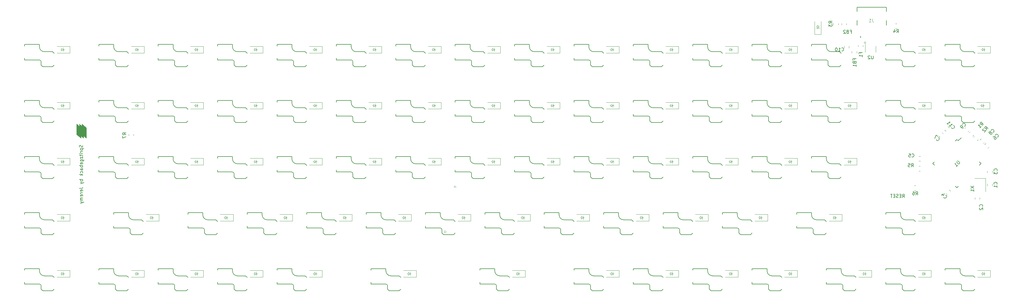
<source format=gbo>
G04 #@! TF.GenerationSoftware,KiCad,Pcbnew,(5.1.8)-1*
G04 #@! TF.CreationDate,2021-04-23T17:16:51-07:00*
G04 #@! TF.ProjectId,Spritzgeback,53707269-747a-4676-9562-61636b2e6b69,rev?*
G04 #@! TF.SameCoordinates,Original*
G04 #@! TF.FileFunction,Legend,Bot*
G04 #@! TF.FilePolarity,Positive*
%FSLAX46Y46*%
G04 Gerber Fmt 4.6, Leading zero omitted, Abs format (unit mm)*
G04 Created by KiCad (PCBNEW (5.1.8)-1) date 2021-04-23 17:16:51*
%MOMM*%
%LPD*%
G01*
G04 APERTURE LIST*
%ADD10C,0.120000*%
%ADD11C,0.100000*%
%ADD12C,0.150000*%
%ADD13C,0.127000*%
%ADD14C,0.200000*%
G04 APERTURE END LIST*
D10*
X247950000Y-9150000D02*
G75*
G03*
X247950000Y-9150000I-250000J0D01*
G01*
D11*
G36*
X11665000Y-34948000D02*
G01*
X11665000Y-38148000D01*
X10365000Y-36998000D01*
X10365000Y-33798000D01*
X11665000Y-34948000D01*
G37*
X11665000Y-34948000D02*
X11665000Y-38148000D01*
X10365000Y-36998000D01*
X10365000Y-33798000D01*
X11665000Y-34948000D01*
G36*
X10865000Y-34948000D02*
G01*
X10865000Y-38148000D01*
X9565000Y-36998000D01*
X9565000Y-33798000D01*
X10865000Y-34948000D01*
G37*
X10865000Y-34948000D02*
X10865000Y-38148000D01*
X9565000Y-36998000D01*
X9565000Y-33798000D01*
X10865000Y-34948000D01*
G36*
X10065000Y-34948000D02*
G01*
X10065000Y-38148000D01*
X8765000Y-36998000D01*
X8765000Y-33798000D01*
X10065000Y-34948000D01*
G37*
X10065000Y-34948000D02*
X10065000Y-38148000D01*
X8765000Y-36998000D01*
X8765000Y-33798000D01*
X10065000Y-34948000D01*
D12*
X10569761Y-40287285D02*
X10617380Y-40430142D01*
X10617380Y-40668238D01*
X10569761Y-40763476D01*
X10522142Y-40811095D01*
X10426904Y-40858714D01*
X10331666Y-40858714D01*
X10236428Y-40811095D01*
X10188809Y-40763476D01*
X10141190Y-40668238D01*
X10093571Y-40477761D01*
X10045952Y-40382523D01*
X9998333Y-40334904D01*
X9903095Y-40287285D01*
X9807857Y-40287285D01*
X9712619Y-40334904D01*
X9665000Y-40382523D01*
X9617380Y-40477761D01*
X9617380Y-40715857D01*
X9665000Y-40858714D01*
X9950714Y-41287285D02*
X10950714Y-41287285D01*
X9998333Y-41287285D02*
X9950714Y-41382523D01*
X9950714Y-41573000D01*
X9998333Y-41668238D01*
X10045952Y-41715857D01*
X10141190Y-41763476D01*
X10426904Y-41763476D01*
X10522142Y-41715857D01*
X10569761Y-41668238D01*
X10617380Y-41573000D01*
X10617380Y-41382523D01*
X10569761Y-41287285D01*
X10617380Y-42192047D02*
X9950714Y-42192047D01*
X10141190Y-42192047D02*
X10045952Y-42239666D01*
X9998333Y-42287285D01*
X9950714Y-42382523D01*
X9950714Y-42477761D01*
X10617380Y-42811095D02*
X9950714Y-42811095D01*
X9617380Y-42811095D02*
X9665000Y-42763476D01*
X9712619Y-42811095D01*
X9665000Y-42858714D01*
X9617380Y-42811095D01*
X9712619Y-42811095D01*
X9950714Y-43144428D02*
X9950714Y-43525380D01*
X9617380Y-43287285D02*
X10474523Y-43287285D01*
X10569761Y-43334904D01*
X10617380Y-43430142D01*
X10617380Y-43525380D01*
X9950714Y-43763476D02*
X9950714Y-44287285D01*
X10617380Y-43763476D01*
X10617380Y-44287285D01*
X9950714Y-45096809D02*
X10760238Y-45096809D01*
X10855476Y-45049190D01*
X10903095Y-45001571D01*
X10950714Y-44906333D01*
X10950714Y-44763476D01*
X10903095Y-44668238D01*
X10569761Y-45096809D02*
X10617380Y-45001571D01*
X10617380Y-44811095D01*
X10569761Y-44715857D01*
X10522142Y-44668238D01*
X10426904Y-44620619D01*
X10141190Y-44620619D01*
X10045952Y-44668238D01*
X9998333Y-44715857D01*
X9950714Y-44811095D01*
X9950714Y-45001571D01*
X9998333Y-45096809D01*
X10569761Y-45953952D02*
X10617380Y-45858714D01*
X10617380Y-45668238D01*
X10569761Y-45573000D01*
X10474523Y-45525380D01*
X10093571Y-45525380D01*
X9998333Y-45573000D01*
X9950714Y-45668238D01*
X9950714Y-45858714D01*
X9998333Y-45953952D01*
X10093571Y-46001571D01*
X10188809Y-46001571D01*
X10284047Y-45525380D01*
X10617380Y-46430142D02*
X9617380Y-46430142D01*
X9998333Y-46430142D02*
X9950714Y-46525380D01*
X9950714Y-46715857D01*
X9998333Y-46811095D01*
X10045952Y-46858714D01*
X10141190Y-46906333D01*
X10426904Y-46906333D01*
X10522142Y-46858714D01*
X10569761Y-46811095D01*
X10617380Y-46715857D01*
X10617380Y-46525380D01*
X10569761Y-46430142D01*
X10617380Y-47763476D02*
X10093571Y-47763476D01*
X9998333Y-47715857D01*
X9950714Y-47620619D01*
X9950714Y-47430142D01*
X9998333Y-47334904D01*
X10569761Y-47763476D02*
X10617380Y-47668238D01*
X10617380Y-47430142D01*
X10569761Y-47334904D01*
X10474523Y-47287285D01*
X10379285Y-47287285D01*
X10284047Y-47334904D01*
X10236428Y-47430142D01*
X10236428Y-47668238D01*
X10188809Y-47763476D01*
X10569761Y-48668238D02*
X10617380Y-48573000D01*
X10617380Y-48382523D01*
X10569761Y-48287285D01*
X10522142Y-48239666D01*
X10426904Y-48192047D01*
X10141190Y-48192047D01*
X10045952Y-48239666D01*
X9998333Y-48287285D01*
X9950714Y-48382523D01*
X9950714Y-48573000D01*
X9998333Y-48668238D01*
X10617380Y-49096809D02*
X9617380Y-49096809D01*
X10236428Y-49192047D02*
X10617380Y-49477761D01*
X9950714Y-49477761D02*
X10331666Y-49096809D01*
X10617380Y-50668238D02*
X9617380Y-50668238D01*
X9998333Y-50668238D02*
X9950714Y-50763476D01*
X9950714Y-50953952D01*
X9998333Y-51049190D01*
X10045952Y-51096809D01*
X10141190Y-51144428D01*
X10426904Y-51144428D01*
X10522142Y-51096809D01*
X10569761Y-51049190D01*
X10617380Y-50953952D01*
X10617380Y-50763476D01*
X10569761Y-50668238D01*
X9950714Y-51477761D02*
X10617380Y-51715857D01*
X9950714Y-51953952D02*
X10617380Y-51715857D01*
X10855476Y-51620619D01*
X10903095Y-51573000D01*
X10950714Y-51477761D01*
X9617380Y-53382523D02*
X10331666Y-53382523D01*
X10474523Y-53334904D01*
X10569761Y-53239666D01*
X10617380Y-53096809D01*
X10617380Y-53001571D01*
X10569761Y-54239666D02*
X10617380Y-54144428D01*
X10617380Y-53953952D01*
X10569761Y-53858714D01*
X10474523Y-53811095D01*
X10093571Y-53811095D01*
X9998333Y-53858714D01*
X9950714Y-53953952D01*
X9950714Y-54144428D01*
X9998333Y-54239666D01*
X10093571Y-54287285D01*
X10188809Y-54287285D01*
X10284047Y-53811095D01*
X10617380Y-54715857D02*
X9950714Y-54715857D01*
X10141190Y-54715857D02*
X10045952Y-54763476D01*
X9998333Y-54811095D01*
X9950714Y-54906333D01*
X9950714Y-55001571D01*
X10569761Y-55715857D02*
X10617380Y-55620619D01*
X10617380Y-55430142D01*
X10569761Y-55334904D01*
X10474523Y-55287285D01*
X10093571Y-55287285D01*
X9998333Y-55334904D01*
X9950714Y-55430142D01*
X9950714Y-55620619D01*
X9998333Y-55715857D01*
X10093571Y-55763476D01*
X10188809Y-55763476D01*
X10284047Y-55287285D01*
X10617380Y-56192047D02*
X9950714Y-56192047D01*
X10045952Y-56192047D02*
X9998333Y-56239666D01*
X9950714Y-56334904D01*
X9950714Y-56477761D01*
X9998333Y-56573000D01*
X10093571Y-56620619D01*
X10617380Y-56620619D01*
X10093571Y-56620619D02*
X9998333Y-56668238D01*
X9950714Y-56763476D01*
X9950714Y-56906333D01*
X9998333Y-57001571D01*
X10093571Y-57049190D01*
X10617380Y-57049190D01*
X9950714Y-57430142D02*
X10617380Y-57668238D01*
X9950714Y-57906333D02*
X10617380Y-57668238D01*
X10855476Y-57573000D01*
X10903095Y-57525380D01*
X10950714Y-57430142D01*
D10*
X120747231Y-66550000D02*
G75*
G03*
X120747231Y-66550000I-300000J0D01*
G01*
X123000000Y-52950000D02*
X123400000Y-52950000D01*
X123400000Y-52950000D02*
X123800000Y-52950000D01*
X123400000Y-52450000D02*
X123400000Y-52950000D01*
X239610000Y-3322936D02*
X239610000Y-3777064D01*
X238140000Y-3322936D02*
X238140000Y-3777064D01*
X135300000Y-45250000D02*
X135600000Y-45250000D01*
X135300000Y-45250000D02*
X135300000Y-45800000D01*
X135300000Y-45250000D02*
X135300000Y-44700000D01*
X134700000Y-45250000D02*
X134400000Y-45250000D01*
X135300000Y-45250000D02*
X134700000Y-44850000D01*
X134700000Y-45650000D02*
X135300000Y-45250000D01*
X134700000Y-44850000D02*
X134700000Y-45650000D01*
X137200000Y-44250000D02*
X133300000Y-44250000D01*
X137200000Y-46250000D02*
X133300000Y-46250000D01*
X137200000Y-44250000D02*
X137200000Y-46250000D01*
X4800000Y-11250000D02*
X5100000Y-11250000D01*
X4800000Y-11250000D02*
X4800000Y-11800000D01*
X4800000Y-11250000D02*
X4800000Y-10700000D01*
X4200000Y-11250000D02*
X3900000Y-11250000D01*
X4800000Y-11250000D02*
X4200000Y-10850000D01*
X4200000Y-11650000D02*
X4800000Y-11250000D01*
X4200000Y-10850000D02*
X4200000Y-11650000D01*
X6700000Y-10250000D02*
X2800000Y-10250000D01*
X6700000Y-12250000D02*
X2800000Y-12250000D01*
X6700000Y-10250000D02*
X6700000Y-12250000D01*
X27300000Y-11250000D02*
X27600000Y-11250000D01*
X27300000Y-11250000D02*
X27300000Y-11800000D01*
X27300000Y-11250000D02*
X27300000Y-10700000D01*
X26700000Y-11250000D02*
X26400000Y-11250000D01*
X27300000Y-11250000D02*
X26700000Y-10850000D01*
X26700000Y-11650000D02*
X27300000Y-11250000D01*
X26700000Y-10850000D02*
X26700000Y-11650000D01*
X29200000Y-10250000D02*
X25300000Y-10250000D01*
X29200000Y-12250000D02*
X25300000Y-12250000D01*
X29200000Y-10250000D02*
X29200000Y-12250000D01*
X45300000Y-11250000D02*
X45600000Y-11250000D01*
X45300000Y-11250000D02*
X45300000Y-11800000D01*
X45300000Y-11250000D02*
X45300000Y-10700000D01*
X44700000Y-11250000D02*
X44400000Y-11250000D01*
X45300000Y-11250000D02*
X44700000Y-10850000D01*
X44700000Y-11650000D02*
X45300000Y-11250000D01*
X44700000Y-10850000D02*
X44700000Y-11650000D01*
X47200000Y-10250000D02*
X43300000Y-10250000D01*
X47200000Y-12250000D02*
X43300000Y-12250000D01*
X47200000Y-10250000D02*
X47200000Y-12250000D01*
X63300000Y-11250000D02*
X63600000Y-11250000D01*
X63300000Y-11250000D02*
X63300000Y-11800000D01*
X63300000Y-11250000D02*
X63300000Y-10700000D01*
X62700000Y-11250000D02*
X62400000Y-11250000D01*
X63300000Y-11250000D02*
X62700000Y-10850000D01*
X62700000Y-11650000D02*
X63300000Y-11250000D01*
X62700000Y-10850000D02*
X62700000Y-11650000D01*
X65200000Y-10250000D02*
X61300000Y-10250000D01*
X65200000Y-12250000D02*
X61300000Y-12250000D01*
X65200000Y-10250000D02*
X65200000Y-12250000D01*
X81300000Y-11250000D02*
X81600000Y-11250000D01*
X81300000Y-11250000D02*
X81300000Y-11800000D01*
X81300000Y-11250000D02*
X81300000Y-10700000D01*
X80700000Y-11250000D02*
X80400000Y-11250000D01*
X81300000Y-11250000D02*
X80700000Y-10850000D01*
X80700000Y-11650000D02*
X81300000Y-11250000D01*
X80700000Y-10850000D02*
X80700000Y-11650000D01*
X83200000Y-10250000D02*
X79300000Y-10250000D01*
X83200000Y-12250000D02*
X79300000Y-12250000D01*
X83200000Y-10250000D02*
X83200000Y-12250000D01*
X99300000Y-11250000D02*
X99600000Y-11250000D01*
X99300000Y-11250000D02*
X99300000Y-11800000D01*
X99300000Y-11250000D02*
X99300000Y-10700000D01*
X98700000Y-11250000D02*
X98400000Y-11250000D01*
X99300000Y-11250000D02*
X98700000Y-10850000D01*
X98700000Y-11650000D02*
X99300000Y-11250000D01*
X98700000Y-10850000D02*
X98700000Y-11650000D01*
X101200000Y-10250000D02*
X97300000Y-10250000D01*
X101200000Y-12250000D02*
X97300000Y-12250000D01*
X101200000Y-10250000D02*
X101200000Y-12250000D01*
X117300000Y-11250000D02*
X117600000Y-11250000D01*
X117300000Y-11250000D02*
X117300000Y-11800000D01*
X117300000Y-11250000D02*
X117300000Y-10700000D01*
X116700000Y-11250000D02*
X116400000Y-11250000D01*
X117300000Y-11250000D02*
X116700000Y-10850000D01*
X116700000Y-11650000D02*
X117300000Y-11250000D01*
X116700000Y-10850000D02*
X116700000Y-11650000D01*
X119200000Y-10250000D02*
X115300000Y-10250000D01*
X119200000Y-12250000D02*
X115300000Y-12250000D01*
X119200000Y-10250000D02*
X119200000Y-12250000D01*
X135300000Y-11250000D02*
X135600000Y-11250000D01*
X135300000Y-11250000D02*
X135300000Y-11800000D01*
X135300000Y-11250000D02*
X135300000Y-10700000D01*
X134700000Y-11250000D02*
X134400000Y-11250000D01*
X135300000Y-11250000D02*
X134700000Y-10850000D01*
X134700000Y-11650000D02*
X135300000Y-11250000D01*
X134700000Y-10850000D02*
X134700000Y-11650000D01*
X137200000Y-10250000D02*
X133300000Y-10250000D01*
X137200000Y-12250000D02*
X133300000Y-12250000D01*
X137200000Y-10250000D02*
X137200000Y-12250000D01*
X153300000Y-11250000D02*
X153600000Y-11250000D01*
X153300000Y-11250000D02*
X153300000Y-11800000D01*
X153300000Y-11250000D02*
X153300000Y-10700000D01*
X152700000Y-11250000D02*
X152400000Y-11250000D01*
X153300000Y-11250000D02*
X152700000Y-10850000D01*
X152700000Y-11650000D02*
X153300000Y-11250000D01*
X152700000Y-10850000D02*
X152700000Y-11650000D01*
X155200000Y-10250000D02*
X151300000Y-10250000D01*
X155200000Y-12250000D02*
X151300000Y-12250000D01*
X155200000Y-10250000D02*
X155200000Y-12250000D01*
X171300000Y-11250000D02*
X171600000Y-11250000D01*
X171300000Y-11250000D02*
X171300000Y-11800000D01*
X171300000Y-11250000D02*
X171300000Y-10700000D01*
X170700000Y-11250000D02*
X170400000Y-11250000D01*
X171300000Y-11250000D02*
X170700000Y-10850000D01*
X170700000Y-11650000D02*
X171300000Y-11250000D01*
X170700000Y-10850000D02*
X170700000Y-11650000D01*
X173200000Y-10250000D02*
X169300000Y-10250000D01*
X173200000Y-12250000D02*
X169300000Y-12250000D01*
X173200000Y-10250000D02*
X173200000Y-12250000D01*
X189300000Y-11250000D02*
X189600000Y-11250000D01*
X189300000Y-11250000D02*
X189300000Y-11800000D01*
X189300000Y-11250000D02*
X189300000Y-10700000D01*
X188700000Y-11250000D02*
X188400000Y-11250000D01*
X189300000Y-11250000D02*
X188700000Y-10850000D01*
X188700000Y-11650000D02*
X189300000Y-11250000D01*
X188700000Y-10850000D02*
X188700000Y-11650000D01*
X191200000Y-10250000D02*
X187300000Y-10250000D01*
X191200000Y-12250000D02*
X187300000Y-12250000D01*
X191200000Y-10250000D02*
X191200000Y-12250000D01*
X207300000Y-11250000D02*
X207600000Y-11250000D01*
X207300000Y-11250000D02*
X207300000Y-11800000D01*
X207300000Y-11250000D02*
X207300000Y-10700000D01*
X206700000Y-11250000D02*
X206400000Y-11250000D01*
X207300000Y-11250000D02*
X206700000Y-10850000D01*
X206700000Y-11650000D02*
X207300000Y-11250000D01*
X206700000Y-10850000D02*
X206700000Y-11650000D01*
X209200000Y-10250000D02*
X205300000Y-10250000D01*
X209200000Y-12250000D02*
X205300000Y-12250000D01*
X209200000Y-10250000D02*
X209200000Y-12250000D01*
X225300000Y-11250000D02*
X225600000Y-11250000D01*
X225300000Y-11250000D02*
X225300000Y-11800000D01*
X225300000Y-11250000D02*
X225300000Y-10700000D01*
X224700000Y-11250000D02*
X224400000Y-11250000D01*
X225300000Y-11250000D02*
X224700000Y-10850000D01*
X224700000Y-11650000D02*
X225300000Y-11250000D01*
X224700000Y-10850000D02*
X224700000Y-11650000D01*
X227200000Y-10250000D02*
X223300000Y-10250000D01*
X227200000Y-12250000D02*
X223300000Y-12250000D01*
X227200000Y-10250000D02*
X227200000Y-12250000D01*
X233400000Y-4700000D02*
X233400000Y-5000000D01*
X233400000Y-4700000D02*
X232850000Y-4700000D01*
X233400000Y-4700000D02*
X233950000Y-4700000D01*
X233400000Y-4100000D02*
X233400000Y-3800000D01*
X233400000Y-4700000D02*
X233800000Y-4100000D01*
X233000000Y-4100000D02*
X233400000Y-4700000D01*
X233800000Y-4100000D02*
X233000000Y-4100000D01*
X234400000Y-6600000D02*
X234400000Y-2700000D01*
X232400000Y-6600000D02*
X232400000Y-2700000D01*
X234400000Y-6600000D02*
X232400000Y-6600000D01*
X283800000Y-11250000D02*
X284100000Y-11250000D01*
X283800000Y-11250000D02*
X283800000Y-11800000D01*
X283800000Y-11250000D02*
X283800000Y-10700000D01*
X283200000Y-11250000D02*
X282900000Y-11250000D01*
X283800000Y-11250000D02*
X283200000Y-10850000D01*
X283200000Y-11650000D02*
X283800000Y-11250000D01*
X283200000Y-10850000D02*
X283200000Y-11650000D01*
X285700000Y-10250000D02*
X281800000Y-10250000D01*
X285700000Y-12250000D02*
X281800000Y-12250000D01*
X285700000Y-10250000D02*
X285700000Y-12250000D01*
X4800000Y-28250000D02*
X5100000Y-28250000D01*
X4800000Y-28250000D02*
X4800000Y-28800000D01*
X4800000Y-28250000D02*
X4800000Y-27700000D01*
X4200000Y-28250000D02*
X3900000Y-28250000D01*
X4800000Y-28250000D02*
X4200000Y-27850000D01*
X4200000Y-28650000D02*
X4800000Y-28250000D01*
X4200000Y-27850000D02*
X4200000Y-28650000D01*
X6700000Y-27250000D02*
X2800000Y-27250000D01*
X6700000Y-29250000D02*
X2800000Y-29250000D01*
X6700000Y-27250000D02*
X6700000Y-29250000D01*
X27300000Y-28250000D02*
X27600000Y-28250000D01*
X27300000Y-28250000D02*
X27300000Y-28800000D01*
X27300000Y-28250000D02*
X27300000Y-27700000D01*
X26700000Y-28250000D02*
X26400000Y-28250000D01*
X27300000Y-28250000D02*
X26700000Y-27850000D01*
X26700000Y-28650000D02*
X27300000Y-28250000D01*
X26700000Y-27850000D02*
X26700000Y-28650000D01*
X29200000Y-27250000D02*
X25300000Y-27250000D01*
X29200000Y-29250000D02*
X25300000Y-29250000D01*
X29200000Y-27250000D02*
X29200000Y-29250000D01*
X45300000Y-28250000D02*
X45600000Y-28250000D01*
X45300000Y-28250000D02*
X45300000Y-28800000D01*
X45300000Y-28250000D02*
X45300000Y-27700000D01*
X44700000Y-28250000D02*
X44400000Y-28250000D01*
X45300000Y-28250000D02*
X44700000Y-27850000D01*
X44700000Y-28650000D02*
X45300000Y-28250000D01*
X44700000Y-27850000D02*
X44700000Y-28650000D01*
X47200000Y-27250000D02*
X43300000Y-27250000D01*
X47200000Y-29250000D02*
X43300000Y-29250000D01*
X47200000Y-27250000D02*
X47200000Y-29250000D01*
X63300000Y-28250000D02*
X63600000Y-28250000D01*
X63300000Y-28250000D02*
X63300000Y-28800000D01*
X63300000Y-28250000D02*
X63300000Y-27700000D01*
X62700000Y-28250000D02*
X62400000Y-28250000D01*
X63300000Y-28250000D02*
X62700000Y-27850000D01*
X62700000Y-28650000D02*
X63300000Y-28250000D01*
X62700000Y-27850000D02*
X62700000Y-28650000D01*
X65200000Y-27250000D02*
X61300000Y-27250000D01*
X65200000Y-29250000D02*
X61300000Y-29250000D01*
X65200000Y-27250000D02*
X65200000Y-29250000D01*
X81300000Y-28250000D02*
X81600000Y-28250000D01*
X81300000Y-28250000D02*
X81300000Y-28800000D01*
X81300000Y-28250000D02*
X81300000Y-27700000D01*
X80700000Y-28250000D02*
X80400000Y-28250000D01*
X81300000Y-28250000D02*
X80700000Y-27850000D01*
X80700000Y-28650000D02*
X81300000Y-28250000D01*
X80700000Y-27850000D02*
X80700000Y-28650000D01*
X83200000Y-27250000D02*
X79300000Y-27250000D01*
X83200000Y-29250000D02*
X79300000Y-29250000D01*
X83200000Y-27250000D02*
X83200000Y-29250000D01*
X99300000Y-28250000D02*
X99600000Y-28250000D01*
X99300000Y-28250000D02*
X99300000Y-28800000D01*
X99300000Y-28250000D02*
X99300000Y-27700000D01*
X98700000Y-28250000D02*
X98400000Y-28250000D01*
X99300000Y-28250000D02*
X98700000Y-27850000D01*
X98700000Y-28650000D02*
X99300000Y-28250000D01*
X98700000Y-27850000D02*
X98700000Y-28650000D01*
X101200000Y-27250000D02*
X97300000Y-27250000D01*
X101200000Y-29250000D02*
X97300000Y-29250000D01*
X101200000Y-27250000D02*
X101200000Y-29250000D01*
X117300000Y-28250000D02*
X117600000Y-28250000D01*
X117300000Y-28250000D02*
X117300000Y-28800000D01*
X117300000Y-28250000D02*
X117300000Y-27700000D01*
X116700000Y-28250000D02*
X116400000Y-28250000D01*
X117300000Y-28250000D02*
X116700000Y-27850000D01*
X116700000Y-28650000D02*
X117300000Y-28250000D01*
X116700000Y-27850000D02*
X116700000Y-28650000D01*
X119200000Y-27250000D02*
X115300000Y-27250000D01*
X119200000Y-29250000D02*
X115300000Y-29250000D01*
X119200000Y-27250000D02*
X119200000Y-29250000D01*
X135300000Y-28250000D02*
X135600000Y-28250000D01*
X135300000Y-28250000D02*
X135300000Y-28800000D01*
X135300000Y-28250000D02*
X135300000Y-27700000D01*
X134700000Y-28250000D02*
X134400000Y-28250000D01*
X135300000Y-28250000D02*
X134700000Y-27850000D01*
X134700000Y-28650000D02*
X135300000Y-28250000D01*
X134700000Y-27850000D02*
X134700000Y-28650000D01*
X137200000Y-27250000D02*
X133300000Y-27250000D01*
X137200000Y-29250000D02*
X133300000Y-29250000D01*
X137200000Y-27250000D02*
X137200000Y-29250000D01*
X153300000Y-28250000D02*
X153600000Y-28250000D01*
X153300000Y-28250000D02*
X153300000Y-28800000D01*
X153300000Y-28250000D02*
X153300000Y-27700000D01*
X152700000Y-28250000D02*
X152400000Y-28250000D01*
X153300000Y-28250000D02*
X152700000Y-27850000D01*
X152700000Y-28650000D02*
X153300000Y-28250000D01*
X152700000Y-27850000D02*
X152700000Y-28650000D01*
X155200000Y-27250000D02*
X151300000Y-27250000D01*
X155200000Y-29250000D02*
X151300000Y-29250000D01*
X155200000Y-27250000D02*
X155200000Y-29250000D01*
X171300000Y-28250000D02*
X171600000Y-28250000D01*
X171300000Y-28250000D02*
X171300000Y-28800000D01*
X171300000Y-28250000D02*
X171300000Y-27700000D01*
X170700000Y-28250000D02*
X170400000Y-28250000D01*
X171300000Y-28250000D02*
X170700000Y-27850000D01*
X170700000Y-28650000D02*
X171300000Y-28250000D01*
X170700000Y-27850000D02*
X170700000Y-28650000D01*
X173200000Y-27250000D02*
X169300000Y-27250000D01*
X173200000Y-29250000D02*
X169300000Y-29250000D01*
X173200000Y-27250000D02*
X173200000Y-29250000D01*
X189300000Y-28250000D02*
X189600000Y-28250000D01*
X189300000Y-28250000D02*
X189300000Y-28800000D01*
X189300000Y-28250000D02*
X189300000Y-27700000D01*
X188700000Y-28250000D02*
X188400000Y-28250000D01*
X189300000Y-28250000D02*
X188700000Y-27850000D01*
X188700000Y-28650000D02*
X189300000Y-28250000D01*
X188700000Y-27850000D02*
X188700000Y-28650000D01*
X191200000Y-27250000D02*
X187300000Y-27250000D01*
X191200000Y-29250000D02*
X187300000Y-29250000D01*
X191200000Y-27250000D02*
X191200000Y-29250000D01*
X207300000Y-28250000D02*
X207600000Y-28250000D01*
X207300000Y-28250000D02*
X207300000Y-28800000D01*
X207300000Y-28250000D02*
X207300000Y-27700000D01*
X206700000Y-28250000D02*
X206400000Y-28250000D01*
X207300000Y-28250000D02*
X206700000Y-27850000D01*
X206700000Y-28650000D02*
X207300000Y-28250000D01*
X206700000Y-27850000D02*
X206700000Y-28650000D01*
X209200000Y-27250000D02*
X205300000Y-27250000D01*
X209200000Y-29250000D02*
X205300000Y-29250000D01*
X209200000Y-27250000D02*
X209200000Y-29250000D01*
X225300000Y-28250000D02*
X225600000Y-28250000D01*
X225300000Y-28250000D02*
X225300000Y-28800000D01*
X225300000Y-28250000D02*
X225300000Y-27700000D01*
X224700000Y-28250000D02*
X224400000Y-28250000D01*
X225300000Y-28250000D02*
X224700000Y-27850000D01*
X224700000Y-28650000D02*
X225300000Y-28250000D01*
X224700000Y-27850000D02*
X224700000Y-28650000D01*
X227200000Y-27250000D02*
X223300000Y-27250000D01*
X227200000Y-29250000D02*
X223300000Y-29250000D01*
X227200000Y-27250000D02*
X227200000Y-29250000D01*
X243300000Y-28250000D02*
X243600000Y-28250000D01*
X243300000Y-28250000D02*
X243300000Y-28800000D01*
X243300000Y-28250000D02*
X243300000Y-27700000D01*
X242700000Y-28250000D02*
X242400000Y-28250000D01*
X243300000Y-28250000D02*
X242700000Y-27850000D01*
X242700000Y-28650000D02*
X243300000Y-28250000D01*
X242700000Y-27850000D02*
X242700000Y-28650000D01*
X245200000Y-27250000D02*
X241300000Y-27250000D01*
X245200000Y-29250000D02*
X241300000Y-29250000D01*
X245200000Y-27250000D02*
X245200000Y-29250000D01*
X265800000Y-11250000D02*
X266100000Y-11250000D01*
X265800000Y-11250000D02*
X265800000Y-11800000D01*
X265800000Y-11250000D02*
X265800000Y-10700000D01*
X265200000Y-11250000D02*
X264900000Y-11250000D01*
X265800000Y-11250000D02*
X265200000Y-10850000D01*
X265200000Y-11650000D02*
X265800000Y-11250000D01*
X265200000Y-10850000D02*
X265200000Y-11650000D01*
X267700000Y-10250000D02*
X263800000Y-10250000D01*
X267700000Y-12250000D02*
X263800000Y-12250000D01*
X267700000Y-10250000D02*
X267700000Y-12250000D01*
X4800000Y-45250000D02*
X5100000Y-45250000D01*
X4800000Y-45250000D02*
X4800000Y-45800000D01*
X4800000Y-45250000D02*
X4800000Y-44700000D01*
X4200000Y-45250000D02*
X3900000Y-45250000D01*
X4800000Y-45250000D02*
X4200000Y-44850000D01*
X4200000Y-45650000D02*
X4800000Y-45250000D01*
X4200000Y-44850000D02*
X4200000Y-45650000D01*
X6700000Y-44250000D02*
X2800000Y-44250000D01*
X6700000Y-46250000D02*
X2800000Y-46250000D01*
X6700000Y-44250000D02*
X6700000Y-46250000D01*
X27300000Y-45250000D02*
X27600000Y-45250000D01*
X27300000Y-45250000D02*
X27300000Y-45800000D01*
X27300000Y-45250000D02*
X27300000Y-44700000D01*
X26700000Y-45250000D02*
X26400000Y-45250000D01*
X27300000Y-45250000D02*
X26700000Y-44850000D01*
X26700000Y-45650000D02*
X27300000Y-45250000D01*
X26700000Y-44850000D02*
X26700000Y-45650000D01*
X29200000Y-44250000D02*
X25300000Y-44250000D01*
X29200000Y-46250000D02*
X25300000Y-46250000D01*
X29200000Y-44250000D02*
X29200000Y-46250000D01*
X45300000Y-45250000D02*
X45600000Y-45250000D01*
X45300000Y-45250000D02*
X45300000Y-45800000D01*
X45300000Y-45250000D02*
X45300000Y-44700000D01*
X44700000Y-45250000D02*
X44400000Y-45250000D01*
X45300000Y-45250000D02*
X44700000Y-44850000D01*
X44700000Y-45650000D02*
X45300000Y-45250000D01*
X44700000Y-44850000D02*
X44700000Y-45650000D01*
X47200000Y-44250000D02*
X43300000Y-44250000D01*
X47200000Y-46250000D02*
X43300000Y-46250000D01*
X47200000Y-44250000D02*
X47200000Y-46250000D01*
X63300000Y-45250000D02*
X63600000Y-45250000D01*
X63300000Y-45250000D02*
X63300000Y-45800000D01*
X63300000Y-45250000D02*
X63300000Y-44700000D01*
X62700000Y-45250000D02*
X62400000Y-45250000D01*
X63300000Y-45250000D02*
X62700000Y-44850000D01*
X62700000Y-45650000D02*
X63300000Y-45250000D01*
X62700000Y-44850000D02*
X62700000Y-45650000D01*
X65200000Y-44250000D02*
X61300000Y-44250000D01*
X65200000Y-46250000D02*
X61300000Y-46250000D01*
X65200000Y-44250000D02*
X65200000Y-46250000D01*
X81300000Y-45250000D02*
X81600000Y-45250000D01*
X81300000Y-45250000D02*
X81300000Y-45800000D01*
X81300000Y-45250000D02*
X81300000Y-44700000D01*
X80700000Y-45250000D02*
X80400000Y-45250000D01*
X81300000Y-45250000D02*
X80700000Y-44850000D01*
X80700000Y-45650000D02*
X81300000Y-45250000D01*
X80700000Y-44850000D02*
X80700000Y-45650000D01*
X83200000Y-44250000D02*
X79300000Y-44250000D01*
X83200000Y-46250000D02*
X79300000Y-46250000D01*
X83200000Y-44250000D02*
X83200000Y-46250000D01*
X99300000Y-45250000D02*
X99600000Y-45250000D01*
X99300000Y-45250000D02*
X99300000Y-45800000D01*
X99300000Y-45250000D02*
X99300000Y-44700000D01*
X98700000Y-45250000D02*
X98400000Y-45250000D01*
X99300000Y-45250000D02*
X98700000Y-44850000D01*
X98700000Y-45650000D02*
X99300000Y-45250000D01*
X98700000Y-44850000D02*
X98700000Y-45650000D01*
X101200000Y-44250000D02*
X97300000Y-44250000D01*
X101200000Y-46250000D02*
X97300000Y-46250000D01*
X101200000Y-44250000D02*
X101200000Y-46250000D01*
X117300000Y-45250000D02*
X117600000Y-45250000D01*
X117300000Y-45250000D02*
X117300000Y-45800000D01*
X117300000Y-45250000D02*
X117300000Y-44700000D01*
X116700000Y-45250000D02*
X116400000Y-45250000D01*
X117300000Y-45250000D02*
X116700000Y-44850000D01*
X116700000Y-45650000D02*
X117300000Y-45250000D01*
X116700000Y-44850000D02*
X116700000Y-45650000D01*
X119200000Y-44250000D02*
X115300000Y-44250000D01*
X119200000Y-46250000D02*
X115300000Y-46250000D01*
X119200000Y-44250000D02*
X119200000Y-46250000D01*
X153300000Y-45250000D02*
X153600000Y-45250000D01*
X153300000Y-45250000D02*
X153300000Y-45800000D01*
X153300000Y-45250000D02*
X153300000Y-44700000D01*
X152700000Y-45250000D02*
X152400000Y-45250000D01*
X153300000Y-45250000D02*
X152700000Y-44850000D01*
X152700000Y-45650000D02*
X153300000Y-45250000D01*
X152700000Y-44850000D02*
X152700000Y-45650000D01*
X155200000Y-44250000D02*
X151300000Y-44250000D01*
X155200000Y-46250000D02*
X151300000Y-46250000D01*
X155200000Y-44250000D02*
X155200000Y-46250000D01*
X171300000Y-45250000D02*
X171600000Y-45250000D01*
X171300000Y-45250000D02*
X171300000Y-45800000D01*
X171300000Y-45250000D02*
X171300000Y-44700000D01*
X170700000Y-45250000D02*
X170400000Y-45250000D01*
X171300000Y-45250000D02*
X170700000Y-44850000D01*
X170700000Y-45650000D02*
X171300000Y-45250000D01*
X170700000Y-44850000D02*
X170700000Y-45650000D01*
X173200000Y-44250000D02*
X169300000Y-44250000D01*
X173200000Y-46250000D02*
X169300000Y-46250000D01*
X173200000Y-44250000D02*
X173200000Y-46250000D01*
X189300000Y-45250000D02*
X189600000Y-45250000D01*
X189300000Y-45250000D02*
X189300000Y-45800000D01*
X189300000Y-45250000D02*
X189300000Y-44700000D01*
X188700000Y-45250000D02*
X188400000Y-45250000D01*
X189300000Y-45250000D02*
X188700000Y-44850000D01*
X188700000Y-45650000D02*
X189300000Y-45250000D01*
X188700000Y-44850000D02*
X188700000Y-45650000D01*
X191200000Y-44250000D02*
X187300000Y-44250000D01*
X191200000Y-46250000D02*
X187300000Y-46250000D01*
X191200000Y-44250000D02*
X191200000Y-46250000D01*
X207300000Y-45250000D02*
X207600000Y-45250000D01*
X207300000Y-45250000D02*
X207300000Y-45800000D01*
X207300000Y-45250000D02*
X207300000Y-44700000D01*
X206700000Y-45250000D02*
X206400000Y-45250000D01*
X207300000Y-45250000D02*
X206700000Y-44850000D01*
X206700000Y-45650000D02*
X207300000Y-45250000D01*
X206700000Y-44850000D02*
X206700000Y-45650000D01*
X209200000Y-44250000D02*
X205300000Y-44250000D01*
X209200000Y-46250000D02*
X205300000Y-46250000D01*
X209200000Y-44250000D02*
X209200000Y-46250000D01*
X225300000Y-45250000D02*
X225600000Y-45250000D01*
X225300000Y-45250000D02*
X225300000Y-45800000D01*
X225300000Y-45250000D02*
X225300000Y-44700000D01*
X224700000Y-45250000D02*
X224400000Y-45250000D01*
X225300000Y-45250000D02*
X224700000Y-44850000D01*
X224700000Y-45650000D02*
X225300000Y-45250000D01*
X224700000Y-44850000D02*
X224700000Y-45650000D01*
X227200000Y-44250000D02*
X223300000Y-44250000D01*
X227200000Y-46250000D02*
X223300000Y-46250000D01*
X227200000Y-44250000D02*
X227200000Y-46250000D01*
X243300000Y-45250000D02*
X243600000Y-45250000D01*
X243300000Y-45250000D02*
X243300000Y-45800000D01*
X243300000Y-45250000D02*
X243300000Y-44700000D01*
X242700000Y-45250000D02*
X242400000Y-45250000D01*
X243300000Y-45250000D02*
X242700000Y-44850000D01*
X242700000Y-45650000D02*
X243300000Y-45250000D01*
X242700000Y-44850000D02*
X242700000Y-45650000D01*
X245200000Y-44250000D02*
X241300000Y-44250000D01*
X245200000Y-46250000D02*
X241300000Y-46250000D01*
X245200000Y-44250000D02*
X245200000Y-46250000D01*
X265800000Y-28250000D02*
X266100000Y-28250000D01*
X265800000Y-28250000D02*
X265800000Y-28800000D01*
X265800000Y-28250000D02*
X265800000Y-27700000D01*
X265200000Y-28250000D02*
X264900000Y-28250000D01*
X265800000Y-28250000D02*
X265200000Y-27850000D01*
X265200000Y-28650000D02*
X265800000Y-28250000D01*
X265200000Y-27850000D02*
X265200000Y-28650000D01*
X267700000Y-27250000D02*
X263800000Y-27250000D01*
X267700000Y-29250000D02*
X263800000Y-29250000D01*
X267700000Y-27250000D02*
X267700000Y-29250000D01*
X4800000Y-62250000D02*
X5100000Y-62250000D01*
X4800000Y-62250000D02*
X4800000Y-62800000D01*
X4800000Y-62250000D02*
X4800000Y-61700000D01*
X4200000Y-62250000D02*
X3900000Y-62250000D01*
X4800000Y-62250000D02*
X4200000Y-61850000D01*
X4200000Y-62650000D02*
X4800000Y-62250000D01*
X4200000Y-61850000D02*
X4200000Y-62650000D01*
X6700000Y-61250000D02*
X2800000Y-61250000D01*
X6700000Y-63250000D02*
X2800000Y-63250000D01*
X6700000Y-61250000D02*
X6700000Y-63250000D01*
X31800000Y-62250000D02*
X32100000Y-62250000D01*
X31800000Y-62250000D02*
X31800000Y-62800000D01*
X31800000Y-62250000D02*
X31800000Y-61700000D01*
X31200000Y-62250000D02*
X30900000Y-62250000D01*
X31800000Y-62250000D02*
X31200000Y-61850000D01*
X31200000Y-62650000D02*
X31800000Y-62250000D01*
X31200000Y-61850000D02*
X31200000Y-62650000D01*
X33700000Y-61250000D02*
X29800000Y-61250000D01*
X33700000Y-63250000D02*
X29800000Y-63250000D01*
X33700000Y-61250000D02*
X33700000Y-63250000D01*
X54300000Y-62250000D02*
X54600000Y-62250000D01*
X54300000Y-62250000D02*
X54300000Y-62800000D01*
X54300000Y-62250000D02*
X54300000Y-61700000D01*
X53700000Y-62250000D02*
X53400000Y-62250000D01*
X54300000Y-62250000D02*
X53700000Y-61850000D01*
X53700000Y-62650000D02*
X54300000Y-62250000D01*
X53700000Y-61850000D02*
X53700000Y-62650000D01*
X56200000Y-61250000D02*
X52300000Y-61250000D01*
X56200000Y-63250000D02*
X52300000Y-63250000D01*
X56200000Y-61250000D02*
X56200000Y-63250000D01*
X72300000Y-62250000D02*
X72600000Y-62250000D01*
X72300000Y-62250000D02*
X72300000Y-62800000D01*
X72300000Y-62250000D02*
X72300000Y-61700000D01*
X71700000Y-62250000D02*
X71400000Y-62250000D01*
X72300000Y-62250000D02*
X71700000Y-61850000D01*
X71700000Y-62650000D02*
X72300000Y-62250000D01*
X71700000Y-61850000D02*
X71700000Y-62650000D01*
X74200000Y-61250000D02*
X70300000Y-61250000D01*
X74200000Y-63250000D02*
X70300000Y-63250000D01*
X74200000Y-61250000D02*
X74200000Y-63250000D01*
X90300000Y-62250000D02*
X90600000Y-62250000D01*
X90300000Y-62250000D02*
X90300000Y-62800000D01*
X90300000Y-62250000D02*
X90300000Y-61700000D01*
X89700000Y-62250000D02*
X89400000Y-62250000D01*
X90300000Y-62250000D02*
X89700000Y-61850000D01*
X89700000Y-62650000D02*
X90300000Y-62250000D01*
X89700000Y-61850000D02*
X89700000Y-62650000D01*
X92200000Y-61250000D02*
X88300000Y-61250000D01*
X92200000Y-63250000D02*
X88300000Y-63250000D01*
X92200000Y-61250000D02*
X92200000Y-63250000D01*
X110200000Y-61250000D02*
X110200000Y-63250000D01*
X110200000Y-63250000D02*
X106300000Y-63250000D01*
X110200000Y-61250000D02*
X106300000Y-61250000D01*
X107700000Y-61850000D02*
X107700000Y-62650000D01*
X107700000Y-62650000D02*
X108300000Y-62250000D01*
X108300000Y-62250000D02*
X107700000Y-61850000D01*
X107700000Y-62250000D02*
X107400000Y-62250000D01*
X108300000Y-62250000D02*
X108300000Y-61700000D01*
X108300000Y-62250000D02*
X108300000Y-62800000D01*
X108300000Y-62250000D02*
X108600000Y-62250000D01*
X126300000Y-62250000D02*
X126600000Y-62250000D01*
X126300000Y-62250000D02*
X126300000Y-62800000D01*
X126300000Y-62250000D02*
X126300000Y-61700000D01*
X125700000Y-62250000D02*
X125400000Y-62250000D01*
X126300000Y-62250000D02*
X125700000Y-61850000D01*
X125700000Y-62650000D02*
X126300000Y-62250000D01*
X125700000Y-61850000D02*
X125700000Y-62650000D01*
X128200000Y-61250000D02*
X124300000Y-61250000D01*
X128200000Y-63250000D02*
X124300000Y-63250000D01*
X128200000Y-61250000D02*
X128200000Y-63250000D01*
X146200000Y-61250000D02*
X146200000Y-63250000D01*
X146200000Y-63250000D02*
X142300000Y-63250000D01*
X146200000Y-61250000D02*
X142300000Y-61250000D01*
X143700000Y-61850000D02*
X143700000Y-62650000D01*
X143700000Y-62650000D02*
X144300000Y-62250000D01*
X144300000Y-62250000D02*
X143700000Y-61850000D01*
X143700000Y-62250000D02*
X143400000Y-62250000D01*
X144300000Y-62250000D02*
X144300000Y-61700000D01*
X144300000Y-62250000D02*
X144300000Y-62800000D01*
X144300000Y-62250000D02*
X144600000Y-62250000D01*
X162300000Y-62250000D02*
X162600000Y-62250000D01*
X162300000Y-62250000D02*
X162300000Y-62800000D01*
X162300000Y-62250000D02*
X162300000Y-61700000D01*
X161700000Y-62250000D02*
X161400000Y-62250000D01*
X162300000Y-62250000D02*
X161700000Y-61850000D01*
X161700000Y-62650000D02*
X162300000Y-62250000D01*
X161700000Y-61850000D02*
X161700000Y-62650000D01*
X164200000Y-61250000D02*
X160300000Y-61250000D01*
X164200000Y-63250000D02*
X160300000Y-63250000D01*
X164200000Y-61250000D02*
X164200000Y-63250000D01*
X180300000Y-62250000D02*
X180600000Y-62250000D01*
X180300000Y-62250000D02*
X180300000Y-62800000D01*
X180300000Y-62250000D02*
X180300000Y-61700000D01*
X179700000Y-62250000D02*
X179400000Y-62250000D01*
X180300000Y-62250000D02*
X179700000Y-61850000D01*
X179700000Y-62650000D02*
X180300000Y-62250000D01*
X179700000Y-61850000D02*
X179700000Y-62650000D01*
X182200000Y-61250000D02*
X178300000Y-61250000D01*
X182200000Y-63250000D02*
X178300000Y-63250000D01*
X182200000Y-61250000D02*
X182200000Y-63250000D01*
X198300000Y-62250000D02*
X198600000Y-62250000D01*
X198300000Y-62250000D02*
X198300000Y-62800000D01*
X198300000Y-62250000D02*
X198300000Y-61700000D01*
X197700000Y-62250000D02*
X197400000Y-62250000D01*
X198300000Y-62250000D02*
X197700000Y-61850000D01*
X197700000Y-62650000D02*
X198300000Y-62250000D01*
X197700000Y-61850000D02*
X197700000Y-62650000D01*
X200200000Y-61250000D02*
X196300000Y-61250000D01*
X200200000Y-63250000D02*
X196300000Y-63250000D01*
X200200000Y-61250000D02*
X200200000Y-63250000D01*
X216300000Y-62250000D02*
X216600000Y-62250000D01*
X216300000Y-62250000D02*
X216300000Y-62800000D01*
X216300000Y-62250000D02*
X216300000Y-61700000D01*
X215700000Y-62250000D02*
X215400000Y-62250000D01*
X216300000Y-62250000D02*
X215700000Y-61850000D01*
X215700000Y-62650000D02*
X216300000Y-62250000D01*
X215700000Y-61850000D02*
X215700000Y-62650000D01*
X218200000Y-61250000D02*
X214300000Y-61250000D01*
X218200000Y-63250000D02*
X214300000Y-63250000D01*
X218200000Y-61250000D02*
X218200000Y-63250000D01*
X238800000Y-62250000D02*
X239100000Y-62250000D01*
X238800000Y-62250000D02*
X238800000Y-62800000D01*
X238800000Y-62250000D02*
X238800000Y-61700000D01*
X238200000Y-62250000D02*
X237900000Y-62250000D01*
X238800000Y-62250000D02*
X238200000Y-61850000D01*
X238200000Y-62650000D02*
X238800000Y-62250000D01*
X238200000Y-61850000D02*
X238200000Y-62650000D01*
X240700000Y-61250000D02*
X236800000Y-61250000D01*
X240700000Y-63250000D02*
X236800000Y-63250000D01*
X240700000Y-61250000D02*
X240700000Y-63250000D01*
X27300000Y-79250000D02*
X27600000Y-79250000D01*
X27300000Y-79250000D02*
X27300000Y-79800000D01*
X27300000Y-79250000D02*
X27300000Y-78700000D01*
X26700000Y-79250000D02*
X26400000Y-79250000D01*
X27300000Y-79250000D02*
X26700000Y-78850000D01*
X26700000Y-79650000D02*
X27300000Y-79250000D01*
X26700000Y-78850000D02*
X26700000Y-79650000D01*
X29200000Y-78250000D02*
X25300000Y-78250000D01*
X29200000Y-80250000D02*
X25300000Y-80250000D01*
X29200000Y-78250000D02*
X29200000Y-80250000D01*
X45300000Y-79250000D02*
X45600000Y-79250000D01*
X45300000Y-79250000D02*
X45300000Y-79800000D01*
X45300000Y-79250000D02*
X45300000Y-78700000D01*
X44700000Y-79250000D02*
X44400000Y-79250000D01*
X45300000Y-79250000D02*
X44700000Y-78850000D01*
X44700000Y-79650000D02*
X45300000Y-79250000D01*
X44700000Y-78850000D02*
X44700000Y-79650000D01*
X47200000Y-78250000D02*
X43300000Y-78250000D01*
X47200000Y-80250000D02*
X43300000Y-80250000D01*
X47200000Y-78250000D02*
X47200000Y-80250000D01*
X63300000Y-79250000D02*
X63600000Y-79250000D01*
X63300000Y-79250000D02*
X63300000Y-79800000D01*
X63300000Y-79250000D02*
X63300000Y-78700000D01*
X62700000Y-79250000D02*
X62400000Y-79250000D01*
X63300000Y-79250000D02*
X62700000Y-78850000D01*
X62700000Y-79650000D02*
X63300000Y-79250000D01*
X62700000Y-78850000D02*
X62700000Y-79650000D01*
X65200000Y-78250000D02*
X61300000Y-78250000D01*
X65200000Y-80250000D02*
X61300000Y-80250000D01*
X65200000Y-78250000D02*
X65200000Y-80250000D01*
X111700000Y-78250000D02*
X111700000Y-80250000D01*
X111700000Y-80250000D02*
X107800000Y-80250000D01*
X111700000Y-78250000D02*
X107800000Y-78250000D01*
X109200000Y-78850000D02*
X109200000Y-79650000D01*
X109200000Y-79650000D02*
X109800000Y-79250000D01*
X109800000Y-79250000D02*
X109200000Y-78850000D01*
X109200000Y-79250000D02*
X108900000Y-79250000D01*
X109800000Y-79250000D02*
X109800000Y-78700000D01*
X109800000Y-79250000D02*
X109800000Y-79800000D01*
X109800000Y-79250000D02*
X110100000Y-79250000D01*
X144700000Y-78250000D02*
X144700000Y-80250000D01*
X144700000Y-80250000D02*
X140800000Y-80250000D01*
X144700000Y-78250000D02*
X140800000Y-78250000D01*
X142200000Y-78850000D02*
X142200000Y-79650000D01*
X142200000Y-79650000D02*
X142800000Y-79250000D01*
X142800000Y-79250000D02*
X142200000Y-78850000D01*
X142200000Y-79250000D02*
X141900000Y-79250000D01*
X142800000Y-79250000D02*
X142800000Y-78700000D01*
X142800000Y-79250000D02*
X142800000Y-79800000D01*
X142800000Y-79250000D02*
X143100000Y-79250000D01*
X189300000Y-79250000D02*
X189600000Y-79250000D01*
X189300000Y-79250000D02*
X189300000Y-79800000D01*
X189300000Y-79250000D02*
X189300000Y-78700000D01*
X188700000Y-79250000D02*
X188400000Y-79250000D01*
X189300000Y-79250000D02*
X188700000Y-78850000D01*
X188700000Y-79650000D02*
X189300000Y-79250000D01*
X188700000Y-78850000D02*
X188700000Y-79650000D01*
X191200000Y-78250000D02*
X187300000Y-78250000D01*
X191200000Y-80250000D02*
X187300000Y-80250000D01*
X191200000Y-78250000D02*
X191200000Y-80250000D01*
X207300000Y-79250000D02*
X207600000Y-79250000D01*
X207300000Y-79250000D02*
X207300000Y-79800000D01*
X207300000Y-79250000D02*
X207300000Y-78700000D01*
X206700000Y-79250000D02*
X206400000Y-79250000D01*
X207300000Y-79250000D02*
X206700000Y-78850000D01*
X206700000Y-79650000D02*
X207300000Y-79250000D01*
X206700000Y-78850000D02*
X206700000Y-79650000D01*
X209200000Y-78250000D02*
X205300000Y-78250000D01*
X209200000Y-80250000D02*
X205300000Y-80250000D01*
X209200000Y-78250000D02*
X209200000Y-80250000D01*
X225300000Y-79250000D02*
X225600000Y-79250000D01*
X225300000Y-79250000D02*
X225300000Y-79800000D01*
X225300000Y-79250000D02*
X225300000Y-78700000D01*
X224700000Y-79250000D02*
X224400000Y-79250000D01*
X225300000Y-79250000D02*
X224700000Y-78850000D01*
X224700000Y-79650000D02*
X225300000Y-79250000D01*
X224700000Y-78850000D02*
X224700000Y-79650000D01*
X227200000Y-78250000D02*
X223300000Y-78250000D01*
X227200000Y-80250000D02*
X223300000Y-80250000D01*
X227200000Y-78250000D02*
X227200000Y-80250000D01*
X247800000Y-79250000D02*
X248100000Y-79250000D01*
X247800000Y-79250000D02*
X247800000Y-79800000D01*
X247800000Y-79250000D02*
X247800000Y-78700000D01*
X247200000Y-79250000D02*
X246900000Y-79250000D01*
X247800000Y-79250000D02*
X247200000Y-78850000D01*
X247200000Y-79650000D02*
X247800000Y-79250000D01*
X247200000Y-78850000D02*
X247200000Y-79650000D01*
X249700000Y-78250000D02*
X245800000Y-78250000D01*
X249700000Y-80250000D02*
X245800000Y-80250000D01*
X249700000Y-78250000D02*
X249700000Y-80250000D01*
X283800000Y-79250000D02*
X284100000Y-79250000D01*
X283800000Y-79250000D02*
X283800000Y-79800000D01*
X283800000Y-79250000D02*
X283800000Y-78700000D01*
X283200000Y-79250000D02*
X282900000Y-79250000D01*
X283800000Y-79250000D02*
X283200000Y-78850000D01*
X283200000Y-79650000D02*
X283800000Y-79250000D01*
X283200000Y-78850000D02*
X283200000Y-79650000D01*
X285700000Y-78250000D02*
X281800000Y-78250000D01*
X285700000Y-80250000D02*
X281800000Y-80250000D01*
X285700000Y-78250000D02*
X285700000Y-80250000D01*
X4800000Y-79250000D02*
X5100000Y-79250000D01*
X4800000Y-79250000D02*
X4800000Y-79800000D01*
X4800000Y-79250000D02*
X4800000Y-78700000D01*
X4200000Y-79250000D02*
X3900000Y-79250000D01*
X4800000Y-79250000D02*
X4200000Y-78850000D01*
X4200000Y-79650000D02*
X4800000Y-79250000D01*
X4200000Y-78850000D02*
X4200000Y-79650000D01*
X6700000Y-78250000D02*
X2800000Y-78250000D01*
X6700000Y-80250000D02*
X2800000Y-80250000D01*
X6700000Y-78250000D02*
X6700000Y-80250000D01*
X81300000Y-79250000D02*
X81600000Y-79250000D01*
X81300000Y-79250000D02*
X81300000Y-79800000D01*
X81300000Y-79250000D02*
X81300000Y-78700000D01*
X80700000Y-79250000D02*
X80400000Y-79250000D01*
X81300000Y-79250000D02*
X80700000Y-78850000D01*
X80700000Y-79650000D02*
X81300000Y-79250000D01*
X80700000Y-78850000D02*
X80700000Y-79650000D01*
X83200000Y-78250000D02*
X79300000Y-78250000D01*
X83200000Y-80250000D02*
X79300000Y-80250000D01*
X83200000Y-78250000D02*
X83200000Y-80250000D01*
X265800000Y-62250000D02*
X266100000Y-62250000D01*
X265800000Y-62250000D02*
X265800000Y-62800000D01*
X265800000Y-62250000D02*
X265800000Y-61700000D01*
X265200000Y-62250000D02*
X264900000Y-62250000D01*
X265800000Y-62250000D02*
X265200000Y-61850000D01*
X265200000Y-62650000D02*
X265800000Y-62250000D01*
X265200000Y-61850000D02*
X265200000Y-62650000D01*
X267700000Y-61250000D02*
X263800000Y-61250000D01*
X267700000Y-63250000D02*
X263800000Y-63250000D01*
X267700000Y-61250000D02*
X267700000Y-63250000D01*
X265800000Y-79250000D02*
X266100000Y-79250000D01*
X265800000Y-79250000D02*
X265800000Y-79800000D01*
X265800000Y-79250000D02*
X265800000Y-78700000D01*
X265200000Y-79250000D02*
X264900000Y-79250000D01*
X265800000Y-79250000D02*
X265200000Y-78850000D01*
X265200000Y-79650000D02*
X265800000Y-79250000D01*
X265200000Y-78850000D02*
X265200000Y-79650000D01*
X267700000Y-78250000D02*
X263800000Y-78250000D01*
X267700000Y-80250000D02*
X263800000Y-80250000D01*
X267700000Y-78250000D02*
X267700000Y-80250000D01*
X283575000Y-28250000D02*
X283875000Y-28250000D01*
X283575000Y-28250000D02*
X283575000Y-28800000D01*
X283575000Y-28250000D02*
X283575000Y-27700000D01*
X282975000Y-28250000D02*
X282675000Y-28250000D01*
X283575000Y-28250000D02*
X282975000Y-27850000D01*
X282975000Y-28650000D02*
X283575000Y-28250000D01*
X282975000Y-27850000D02*
X282975000Y-28650000D01*
X285475000Y-27250000D02*
X281575000Y-27250000D01*
X285475000Y-29250000D02*
X281575000Y-29250000D01*
X285475000Y-27250000D02*
X285475000Y-29250000D01*
X171300000Y-79250000D02*
X171600000Y-79250000D01*
X171300000Y-79250000D02*
X171300000Y-79800000D01*
X171300000Y-79250000D02*
X171300000Y-78700000D01*
X170700000Y-79250000D02*
X170400000Y-79250000D01*
X171300000Y-79250000D02*
X170700000Y-78850000D01*
X170700000Y-79650000D02*
X171300000Y-79250000D01*
X170700000Y-78850000D02*
X170700000Y-79650000D01*
X173200000Y-78250000D02*
X169300000Y-78250000D01*
X173200000Y-80250000D02*
X169300000Y-80250000D01*
X173200000Y-78250000D02*
X173200000Y-80250000D01*
X264018936Y-46601000D02*
X264473064Y-46601000D01*
X264018936Y-48071000D02*
X264473064Y-48071000D01*
X264515252Y-45055000D02*
X263992748Y-45055000D01*
X264515252Y-43585000D02*
X263992748Y-43585000D01*
X271400457Y-36787010D02*
X271030990Y-36417543D01*
X270361010Y-37826457D02*
X269991543Y-37456990D01*
X284793000Y-52553252D02*
X284793000Y-52030748D01*
X286263000Y-52553252D02*
X286263000Y-52030748D01*
X281017000Y-56667252D02*
X281017000Y-56144748D01*
X282487000Y-56667252D02*
X282487000Y-56144748D01*
X284775000Y-48655252D02*
X284775000Y-48132748D01*
X286245000Y-48655252D02*
X286245000Y-48132748D01*
X273230990Y-53809543D02*
X273600457Y-54179010D01*
X272191543Y-54848990D02*
X272561010Y-55218457D01*
X284959990Y-41129457D02*
X285329457Y-40759990D01*
X283920543Y-40090010D02*
X284290010Y-39720543D01*
X282513543Y-38689010D02*
X282883010Y-38319543D01*
X283552990Y-39728457D02*
X283922457Y-39358990D01*
X277862543Y-35144010D02*
X278232010Y-34774543D01*
X278901990Y-36183457D02*
X279271457Y-35813990D01*
X280326165Y-37509282D02*
X280647282Y-37188165D01*
X279286718Y-36469835D02*
X279607835Y-36148718D01*
X281676165Y-38859282D02*
X281997282Y-38538165D01*
X280636718Y-37819835D02*
X280957835Y-37498718D01*
D12*
X275973586Y-38917031D02*
X276875148Y-38015470D01*
X268248445Y-45829000D02*
X268725742Y-45351703D01*
X275567000Y-53147555D02*
X276044297Y-52670258D01*
X282885555Y-45829000D02*
X282408258Y-46306297D01*
X275567000Y-38510445D02*
X275089703Y-38987742D01*
X282885555Y-45829000D02*
X282408258Y-45351703D01*
X275567000Y-53147555D02*
X275089703Y-52670258D01*
X268248445Y-45829000D02*
X268725742Y-46306297D01*
X275567000Y-38510445D02*
X275973586Y-38917031D01*
D10*
X272197010Y-36004457D02*
X271827543Y-35634990D01*
X273236457Y-34965010D02*
X272866990Y-34595543D01*
X241415000Y-10736252D02*
X241415000Y-10213748D01*
X242885000Y-10736252D02*
X242885000Y-10213748D01*
X247109000Y-10343064D02*
X247109000Y-9888936D01*
X245639000Y-10343064D02*
X245639000Y-9888936D01*
X243723000Y-12279064D02*
X243723000Y-11824936D01*
X245193000Y-12279064D02*
X245193000Y-11824936D01*
X262630936Y-53997000D02*
X263085064Y-53997000D01*
X262630936Y-52527000D02*
X263085064Y-52527000D01*
X26035000Y-37377064D02*
X26035000Y-36922936D01*
X24565000Y-37377064D02*
X24565000Y-36922936D01*
X250960000Y-10200000D02*
X250960000Y-12000000D01*
X247740000Y-12000000D02*
X247740000Y-9550000D01*
X257329064Y-3365000D02*
X256874936Y-3365000D01*
X257329064Y-4835000D02*
X256874936Y-4835000D01*
X280960000Y-50336000D02*
X284260000Y-50336000D01*
X284260000Y-50336000D02*
X284260000Y-54336000D01*
D13*
X245280000Y-3835000D02*
X245280000Y-2395000D01*
X254220000Y-3835000D02*
X254220000Y-2395000D01*
X254220000Y345000D02*
X254220000Y1575000D01*
X254220000Y1575000D02*
X245280000Y1575000D01*
X245280000Y1575000D02*
X245280000Y345000D01*
D14*
X246450000Y-7425000D02*
G75*
G03*
X246450000Y-7425000I-100000J0D01*
G01*
D10*
X240615000Y-3777064D02*
X240615000Y-3322936D01*
X242085000Y-3777064D02*
X242085000Y-3322936D01*
D12*
X-7000000Y-13800000D02*
X-7000000Y-14400000D01*
X1500000Y-11900000D02*
X-1000000Y-11900000D01*
X-1500000Y-16400000D02*
X-2000000Y-15900000D01*
X-2000000Y-14900000D02*
X-2000000Y-15900000D01*
X-7000000Y-14400000D02*
X-2500000Y-14400000D01*
X2000000Y-12400000D02*
X1500000Y-11900000D01*
X2000000Y-15900000D02*
X1500000Y-16400000D01*
X1500000Y-16400000D02*
X-1500000Y-16400000D01*
X-2500000Y-10400000D02*
X-2500000Y-9700000D01*
X-2500000Y-9700000D02*
X-7000000Y-9700000D01*
X-7000000Y-9700000D02*
X-7000000Y-10200000D01*
X-2500000Y-14400000D02*
G75*
G02*
X-2000000Y-14900000I0J-500000D01*
G01*
X-1000000Y-11900000D02*
G75*
G02*
X-2500000Y-10400000I0J1500000D01*
G01*
X15500000Y-9700000D02*
X15500000Y-10200000D01*
X20000000Y-9700000D02*
X15500000Y-9700000D01*
X20000000Y-10400000D02*
X20000000Y-9700000D01*
X24000000Y-16400000D02*
X21000000Y-16400000D01*
X24500000Y-15900000D02*
X24000000Y-16400000D01*
X24500000Y-12400000D02*
X24000000Y-11900000D01*
X15500000Y-14400000D02*
X20000000Y-14400000D01*
X20500000Y-14900000D02*
X20500000Y-15900000D01*
X21000000Y-16400000D02*
X20500000Y-15900000D01*
X24000000Y-11900000D02*
X21500000Y-11900000D01*
X15500000Y-13800000D02*
X15500000Y-14400000D01*
X21500000Y-11900000D02*
G75*
G02*
X20000000Y-10400000I0J1500000D01*
G01*
X20000000Y-14400000D02*
G75*
G02*
X20500000Y-14900000I0J-500000D01*
G01*
X33500000Y-13800000D02*
X33500000Y-14400000D01*
X42000000Y-11900000D02*
X39500000Y-11900000D01*
X39000000Y-16400000D02*
X38500000Y-15900000D01*
X38500000Y-14900000D02*
X38500000Y-15900000D01*
X33500000Y-14400000D02*
X38000000Y-14400000D01*
X42500000Y-12400000D02*
X42000000Y-11900000D01*
X42500000Y-15900000D02*
X42000000Y-16400000D01*
X42000000Y-16400000D02*
X39000000Y-16400000D01*
X38000000Y-10400000D02*
X38000000Y-9700000D01*
X38000000Y-9700000D02*
X33500000Y-9700000D01*
X33500000Y-9700000D02*
X33500000Y-10200000D01*
X38000000Y-14400000D02*
G75*
G02*
X38500000Y-14900000I0J-500000D01*
G01*
X39500000Y-11900000D02*
G75*
G02*
X38000000Y-10400000I0J1500000D01*
G01*
X51500000Y-9700000D02*
X51500000Y-10200000D01*
X56000000Y-9700000D02*
X51500000Y-9700000D01*
X56000000Y-10400000D02*
X56000000Y-9700000D01*
X60000000Y-16400000D02*
X57000000Y-16400000D01*
X60500000Y-15900000D02*
X60000000Y-16400000D01*
X60500000Y-12400000D02*
X60000000Y-11900000D01*
X51500000Y-14400000D02*
X56000000Y-14400000D01*
X56500000Y-14900000D02*
X56500000Y-15900000D01*
X57000000Y-16400000D02*
X56500000Y-15900000D01*
X60000000Y-11900000D02*
X57500000Y-11900000D01*
X51500000Y-13800000D02*
X51500000Y-14400000D01*
X57500000Y-11900000D02*
G75*
G02*
X56000000Y-10400000I0J1500000D01*
G01*
X56000000Y-14400000D02*
G75*
G02*
X56500000Y-14900000I0J-500000D01*
G01*
X69500000Y-13800000D02*
X69500000Y-14400000D01*
X78000000Y-11900000D02*
X75500000Y-11900000D01*
X75000000Y-16400000D02*
X74500000Y-15900000D01*
X74500000Y-14900000D02*
X74500000Y-15900000D01*
X69500000Y-14400000D02*
X74000000Y-14400000D01*
X78500000Y-12400000D02*
X78000000Y-11900000D01*
X78500000Y-15900000D02*
X78000000Y-16400000D01*
X78000000Y-16400000D02*
X75000000Y-16400000D01*
X74000000Y-10400000D02*
X74000000Y-9700000D01*
X74000000Y-9700000D02*
X69500000Y-9700000D01*
X69500000Y-9700000D02*
X69500000Y-10200000D01*
X74000000Y-14400000D02*
G75*
G02*
X74500000Y-14900000I0J-500000D01*
G01*
X75500000Y-11900000D02*
G75*
G02*
X74000000Y-10400000I0J1500000D01*
G01*
X87500000Y-9700000D02*
X87500000Y-10200000D01*
X92000000Y-9700000D02*
X87500000Y-9700000D01*
X92000000Y-10400000D02*
X92000000Y-9700000D01*
X96000000Y-16400000D02*
X93000000Y-16400000D01*
X96500000Y-15900000D02*
X96000000Y-16400000D01*
X96500000Y-12400000D02*
X96000000Y-11900000D01*
X87500000Y-14400000D02*
X92000000Y-14400000D01*
X92500000Y-14900000D02*
X92500000Y-15900000D01*
X93000000Y-16400000D02*
X92500000Y-15900000D01*
X96000000Y-11900000D02*
X93500000Y-11900000D01*
X87500000Y-13800000D02*
X87500000Y-14400000D01*
X93500000Y-11900000D02*
G75*
G02*
X92000000Y-10400000I0J1500000D01*
G01*
X92000000Y-14400000D02*
G75*
G02*
X92500000Y-14900000I0J-500000D01*
G01*
X105500000Y-13800000D02*
X105500000Y-14400000D01*
X114000000Y-11900000D02*
X111500000Y-11900000D01*
X111000000Y-16400000D02*
X110500000Y-15900000D01*
X110500000Y-14900000D02*
X110500000Y-15900000D01*
X105500000Y-14400000D02*
X110000000Y-14400000D01*
X114500000Y-12400000D02*
X114000000Y-11900000D01*
X114500000Y-15900000D02*
X114000000Y-16400000D01*
X114000000Y-16400000D02*
X111000000Y-16400000D01*
X110000000Y-10400000D02*
X110000000Y-9700000D01*
X110000000Y-9700000D02*
X105500000Y-9700000D01*
X105500000Y-9700000D02*
X105500000Y-10200000D01*
X110000000Y-14400000D02*
G75*
G02*
X110500000Y-14900000I0J-500000D01*
G01*
X111500000Y-11900000D02*
G75*
G02*
X110000000Y-10400000I0J1500000D01*
G01*
X123500000Y-9700000D02*
X123500000Y-10200000D01*
X128000000Y-9700000D02*
X123500000Y-9700000D01*
X128000000Y-10400000D02*
X128000000Y-9700000D01*
X132000000Y-16400000D02*
X129000000Y-16400000D01*
X132500000Y-15900000D02*
X132000000Y-16400000D01*
X132500000Y-12400000D02*
X132000000Y-11900000D01*
X123500000Y-14400000D02*
X128000000Y-14400000D01*
X128500000Y-14900000D02*
X128500000Y-15900000D01*
X129000000Y-16400000D02*
X128500000Y-15900000D01*
X132000000Y-11900000D02*
X129500000Y-11900000D01*
X123500000Y-13800000D02*
X123500000Y-14400000D01*
X129500000Y-11900000D02*
G75*
G02*
X128000000Y-10400000I0J1500000D01*
G01*
X128000000Y-14400000D02*
G75*
G02*
X128500000Y-14900000I0J-500000D01*
G01*
X141500000Y-13800000D02*
X141500000Y-14400000D01*
X150000000Y-11900000D02*
X147500000Y-11900000D01*
X147000000Y-16400000D02*
X146500000Y-15900000D01*
X146500000Y-14900000D02*
X146500000Y-15900000D01*
X141500000Y-14400000D02*
X146000000Y-14400000D01*
X150500000Y-12400000D02*
X150000000Y-11900000D01*
X150500000Y-15900000D02*
X150000000Y-16400000D01*
X150000000Y-16400000D02*
X147000000Y-16400000D01*
X146000000Y-10400000D02*
X146000000Y-9700000D01*
X146000000Y-9700000D02*
X141500000Y-9700000D01*
X141500000Y-9700000D02*
X141500000Y-10200000D01*
X146000000Y-14400000D02*
G75*
G02*
X146500000Y-14900000I0J-500000D01*
G01*
X147500000Y-11900000D02*
G75*
G02*
X146000000Y-10400000I0J1500000D01*
G01*
X159500000Y-9700000D02*
X159500000Y-10200000D01*
X164000000Y-9700000D02*
X159500000Y-9700000D01*
X164000000Y-10400000D02*
X164000000Y-9700000D01*
X168000000Y-16400000D02*
X165000000Y-16400000D01*
X168500000Y-15900000D02*
X168000000Y-16400000D01*
X168500000Y-12400000D02*
X168000000Y-11900000D01*
X159500000Y-14400000D02*
X164000000Y-14400000D01*
X164500000Y-14900000D02*
X164500000Y-15900000D01*
X165000000Y-16400000D02*
X164500000Y-15900000D01*
X168000000Y-11900000D02*
X165500000Y-11900000D01*
X159500000Y-13800000D02*
X159500000Y-14400000D01*
X165500000Y-11900000D02*
G75*
G02*
X164000000Y-10400000I0J1500000D01*
G01*
X164000000Y-14400000D02*
G75*
G02*
X164500000Y-14900000I0J-500000D01*
G01*
X177500000Y-13800000D02*
X177500000Y-14400000D01*
X186000000Y-11900000D02*
X183500000Y-11900000D01*
X183000000Y-16400000D02*
X182500000Y-15900000D01*
X182500000Y-14900000D02*
X182500000Y-15900000D01*
X177500000Y-14400000D02*
X182000000Y-14400000D01*
X186500000Y-12400000D02*
X186000000Y-11900000D01*
X186500000Y-15900000D02*
X186000000Y-16400000D01*
X186000000Y-16400000D02*
X183000000Y-16400000D01*
X182000000Y-10400000D02*
X182000000Y-9700000D01*
X182000000Y-9700000D02*
X177500000Y-9700000D01*
X177500000Y-9700000D02*
X177500000Y-10200000D01*
X182000000Y-14400000D02*
G75*
G02*
X182500000Y-14900000I0J-500000D01*
G01*
X183500000Y-11900000D02*
G75*
G02*
X182000000Y-10400000I0J1500000D01*
G01*
X195500000Y-13800000D02*
X195500000Y-14400000D01*
X204000000Y-11900000D02*
X201500000Y-11900000D01*
X201000000Y-16400000D02*
X200500000Y-15900000D01*
X200500000Y-14900000D02*
X200500000Y-15900000D01*
X195500000Y-14400000D02*
X200000000Y-14400000D01*
X204500000Y-12400000D02*
X204000000Y-11900000D01*
X204500000Y-15900000D02*
X204000000Y-16400000D01*
X204000000Y-16400000D02*
X201000000Y-16400000D01*
X200000000Y-10400000D02*
X200000000Y-9700000D01*
X200000000Y-9700000D02*
X195500000Y-9700000D01*
X195500000Y-9700000D02*
X195500000Y-10200000D01*
X200000000Y-14400000D02*
G75*
G02*
X200500000Y-14900000I0J-500000D01*
G01*
X201500000Y-11900000D02*
G75*
G02*
X200000000Y-10400000I0J1500000D01*
G01*
X213500000Y-9700000D02*
X213500000Y-10200000D01*
X218000000Y-9700000D02*
X213500000Y-9700000D01*
X218000000Y-10400000D02*
X218000000Y-9700000D01*
X222000000Y-16400000D02*
X219000000Y-16400000D01*
X222500000Y-15900000D02*
X222000000Y-16400000D01*
X222500000Y-12400000D02*
X222000000Y-11900000D01*
X213500000Y-14400000D02*
X218000000Y-14400000D01*
X218500000Y-14900000D02*
X218500000Y-15900000D01*
X219000000Y-16400000D02*
X218500000Y-15900000D01*
X222000000Y-11900000D02*
X219500000Y-11900000D01*
X213500000Y-13800000D02*
X213500000Y-14400000D01*
X219500000Y-11900000D02*
G75*
G02*
X218000000Y-10400000I0J1500000D01*
G01*
X218000000Y-14400000D02*
G75*
G02*
X218500000Y-14900000I0J-500000D01*
G01*
X231500000Y-13800000D02*
X231500000Y-14400000D01*
X240000000Y-11900000D02*
X237500000Y-11900000D01*
X237000000Y-16400000D02*
X236500000Y-15900000D01*
X236500000Y-14900000D02*
X236500000Y-15900000D01*
X231500000Y-14400000D02*
X236000000Y-14400000D01*
X240500000Y-12400000D02*
X240000000Y-11900000D01*
X240500000Y-15900000D02*
X240000000Y-16400000D01*
X240000000Y-16400000D02*
X237000000Y-16400000D01*
X236000000Y-10400000D02*
X236000000Y-9700000D01*
X236000000Y-9700000D02*
X231500000Y-9700000D01*
X231500000Y-9700000D02*
X231500000Y-10200000D01*
X236000000Y-14400000D02*
G75*
G02*
X236500000Y-14900000I0J-500000D01*
G01*
X237500000Y-11900000D02*
G75*
G02*
X236000000Y-10400000I0J1500000D01*
G01*
X254000000Y-13800000D02*
X254000000Y-14400000D01*
X262500000Y-11900000D02*
X260000000Y-11900000D01*
X259500000Y-16400000D02*
X259000000Y-15900000D01*
X259000000Y-14900000D02*
X259000000Y-15900000D01*
X254000000Y-14400000D02*
X258500000Y-14400000D01*
X263000000Y-12400000D02*
X262500000Y-11900000D01*
X263000000Y-15900000D02*
X262500000Y-16400000D01*
X262500000Y-16400000D02*
X259500000Y-16400000D01*
X258500000Y-10400000D02*
X258500000Y-9700000D01*
X258500000Y-9700000D02*
X254000000Y-9700000D01*
X254000000Y-9700000D02*
X254000000Y-10200000D01*
X258500000Y-14400000D02*
G75*
G02*
X259000000Y-14900000I0J-500000D01*
G01*
X260000000Y-11900000D02*
G75*
G02*
X258500000Y-10400000I0J1500000D01*
G01*
X272000000Y-9700000D02*
X272000000Y-10200000D01*
X276500000Y-9700000D02*
X272000000Y-9700000D01*
X276500000Y-10400000D02*
X276500000Y-9700000D01*
X280500000Y-16400000D02*
X277500000Y-16400000D01*
X281000000Y-15900000D02*
X280500000Y-16400000D01*
X281000000Y-12400000D02*
X280500000Y-11900000D01*
X272000000Y-14400000D02*
X276500000Y-14400000D01*
X277000000Y-14900000D02*
X277000000Y-15900000D01*
X277500000Y-16400000D02*
X277000000Y-15900000D01*
X280500000Y-11900000D02*
X278000000Y-11900000D01*
X272000000Y-13800000D02*
X272000000Y-14400000D01*
X278000000Y-11900000D02*
G75*
G02*
X276500000Y-10400000I0J1500000D01*
G01*
X276500000Y-14400000D02*
G75*
G02*
X277000000Y-14900000I0J-500000D01*
G01*
X-7000000Y-30800000D02*
X-7000000Y-31400000D01*
X1500000Y-28900000D02*
X-1000000Y-28900000D01*
X-1500000Y-33400000D02*
X-2000000Y-32900000D01*
X-2000000Y-31900000D02*
X-2000000Y-32900000D01*
X-7000000Y-31400000D02*
X-2500000Y-31400000D01*
X2000000Y-29400000D02*
X1500000Y-28900000D01*
X2000000Y-32900000D02*
X1500000Y-33400000D01*
X1500000Y-33400000D02*
X-1500000Y-33400000D01*
X-2500000Y-27400000D02*
X-2500000Y-26700000D01*
X-2500000Y-26700000D02*
X-7000000Y-26700000D01*
X-7000000Y-26700000D02*
X-7000000Y-27200000D01*
X-2500000Y-31400000D02*
G75*
G02*
X-2000000Y-31900000I0J-500000D01*
G01*
X-1000000Y-28900000D02*
G75*
G02*
X-2500000Y-27400000I0J1500000D01*
G01*
X15500000Y-26700000D02*
X15500000Y-27200000D01*
X20000000Y-26700000D02*
X15500000Y-26700000D01*
X20000000Y-27400000D02*
X20000000Y-26700000D01*
X24000000Y-33400000D02*
X21000000Y-33400000D01*
X24500000Y-32900000D02*
X24000000Y-33400000D01*
X24500000Y-29400000D02*
X24000000Y-28900000D01*
X15500000Y-31400000D02*
X20000000Y-31400000D01*
X20500000Y-31900000D02*
X20500000Y-32900000D01*
X21000000Y-33400000D02*
X20500000Y-32900000D01*
X24000000Y-28900000D02*
X21500000Y-28900000D01*
X15500000Y-30800000D02*
X15500000Y-31400000D01*
X21500000Y-28900000D02*
G75*
G02*
X20000000Y-27400000I0J1500000D01*
G01*
X20000000Y-31400000D02*
G75*
G02*
X20500000Y-31900000I0J-500000D01*
G01*
X33500000Y-26700000D02*
X33500000Y-27200000D01*
X38000000Y-26700000D02*
X33500000Y-26700000D01*
X38000000Y-27400000D02*
X38000000Y-26700000D01*
X42000000Y-33400000D02*
X39000000Y-33400000D01*
X42500000Y-32900000D02*
X42000000Y-33400000D01*
X42500000Y-29400000D02*
X42000000Y-28900000D01*
X33500000Y-31400000D02*
X38000000Y-31400000D01*
X38500000Y-31900000D02*
X38500000Y-32900000D01*
X39000000Y-33400000D02*
X38500000Y-32900000D01*
X42000000Y-28900000D02*
X39500000Y-28900000D01*
X33500000Y-30800000D02*
X33500000Y-31400000D01*
X39500000Y-28900000D02*
G75*
G02*
X38000000Y-27400000I0J1500000D01*
G01*
X38000000Y-31400000D02*
G75*
G02*
X38500000Y-31900000I0J-500000D01*
G01*
X51500000Y-26700000D02*
X51500000Y-27200000D01*
X56000000Y-26700000D02*
X51500000Y-26700000D01*
X56000000Y-27400000D02*
X56000000Y-26700000D01*
X60000000Y-33400000D02*
X57000000Y-33400000D01*
X60500000Y-32900000D02*
X60000000Y-33400000D01*
X60500000Y-29400000D02*
X60000000Y-28900000D01*
X51500000Y-31400000D02*
X56000000Y-31400000D01*
X56500000Y-31900000D02*
X56500000Y-32900000D01*
X57000000Y-33400000D02*
X56500000Y-32900000D01*
X60000000Y-28900000D02*
X57500000Y-28900000D01*
X51500000Y-30800000D02*
X51500000Y-31400000D01*
X57500000Y-28900000D02*
G75*
G02*
X56000000Y-27400000I0J1500000D01*
G01*
X56000000Y-31400000D02*
G75*
G02*
X56500000Y-31900000I0J-500000D01*
G01*
X69500000Y-30800000D02*
X69500000Y-31400000D01*
X78000000Y-28900000D02*
X75500000Y-28900000D01*
X75000000Y-33400000D02*
X74500000Y-32900000D01*
X74500000Y-31900000D02*
X74500000Y-32900000D01*
X69500000Y-31400000D02*
X74000000Y-31400000D01*
X78500000Y-29400000D02*
X78000000Y-28900000D01*
X78500000Y-32900000D02*
X78000000Y-33400000D01*
X78000000Y-33400000D02*
X75000000Y-33400000D01*
X74000000Y-27400000D02*
X74000000Y-26700000D01*
X74000000Y-26700000D02*
X69500000Y-26700000D01*
X69500000Y-26700000D02*
X69500000Y-27200000D01*
X74000000Y-31400000D02*
G75*
G02*
X74500000Y-31900000I0J-500000D01*
G01*
X75500000Y-28900000D02*
G75*
G02*
X74000000Y-27400000I0J1500000D01*
G01*
X87500000Y-30800000D02*
X87500000Y-31400000D01*
X96000000Y-28900000D02*
X93500000Y-28900000D01*
X93000000Y-33400000D02*
X92500000Y-32900000D01*
X92500000Y-31900000D02*
X92500000Y-32900000D01*
X87500000Y-31400000D02*
X92000000Y-31400000D01*
X96500000Y-29400000D02*
X96000000Y-28900000D01*
X96500000Y-32900000D02*
X96000000Y-33400000D01*
X96000000Y-33400000D02*
X93000000Y-33400000D01*
X92000000Y-27400000D02*
X92000000Y-26700000D01*
X92000000Y-26700000D02*
X87500000Y-26700000D01*
X87500000Y-26700000D02*
X87500000Y-27200000D01*
X92000000Y-31400000D02*
G75*
G02*
X92500000Y-31900000I0J-500000D01*
G01*
X93500000Y-28900000D02*
G75*
G02*
X92000000Y-27400000I0J1500000D01*
G01*
X105500000Y-26700000D02*
X105500000Y-27200000D01*
X110000000Y-26700000D02*
X105500000Y-26700000D01*
X110000000Y-27400000D02*
X110000000Y-26700000D01*
X114000000Y-33400000D02*
X111000000Y-33400000D01*
X114500000Y-32900000D02*
X114000000Y-33400000D01*
X114500000Y-29400000D02*
X114000000Y-28900000D01*
X105500000Y-31400000D02*
X110000000Y-31400000D01*
X110500000Y-31900000D02*
X110500000Y-32900000D01*
X111000000Y-33400000D02*
X110500000Y-32900000D01*
X114000000Y-28900000D02*
X111500000Y-28900000D01*
X105500000Y-30800000D02*
X105500000Y-31400000D01*
X111500000Y-28900000D02*
G75*
G02*
X110000000Y-27400000I0J1500000D01*
G01*
X110000000Y-31400000D02*
G75*
G02*
X110500000Y-31900000I0J-500000D01*
G01*
X123500000Y-30800000D02*
X123500000Y-31400000D01*
X132000000Y-28900000D02*
X129500000Y-28900000D01*
X129000000Y-33400000D02*
X128500000Y-32900000D01*
X128500000Y-31900000D02*
X128500000Y-32900000D01*
X123500000Y-31400000D02*
X128000000Y-31400000D01*
X132500000Y-29400000D02*
X132000000Y-28900000D01*
X132500000Y-32900000D02*
X132000000Y-33400000D01*
X132000000Y-33400000D02*
X129000000Y-33400000D01*
X128000000Y-27400000D02*
X128000000Y-26700000D01*
X128000000Y-26700000D02*
X123500000Y-26700000D01*
X123500000Y-26700000D02*
X123500000Y-27200000D01*
X128000000Y-31400000D02*
G75*
G02*
X128500000Y-31900000I0J-500000D01*
G01*
X129500000Y-28900000D02*
G75*
G02*
X128000000Y-27400000I0J1500000D01*
G01*
X141500000Y-26700000D02*
X141500000Y-27200000D01*
X146000000Y-26700000D02*
X141500000Y-26700000D01*
X146000000Y-27400000D02*
X146000000Y-26700000D01*
X150000000Y-33400000D02*
X147000000Y-33400000D01*
X150500000Y-32900000D02*
X150000000Y-33400000D01*
X150500000Y-29400000D02*
X150000000Y-28900000D01*
X141500000Y-31400000D02*
X146000000Y-31400000D01*
X146500000Y-31900000D02*
X146500000Y-32900000D01*
X147000000Y-33400000D02*
X146500000Y-32900000D01*
X150000000Y-28900000D02*
X147500000Y-28900000D01*
X141500000Y-30800000D02*
X141500000Y-31400000D01*
X147500000Y-28900000D02*
G75*
G02*
X146000000Y-27400000I0J1500000D01*
G01*
X146000000Y-31400000D02*
G75*
G02*
X146500000Y-31900000I0J-500000D01*
G01*
X159500000Y-26700000D02*
X159500000Y-27200000D01*
X164000000Y-26700000D02*
X159500000Y-26700000D01*
X164000000Y-27400000D02*
X164000000Y-26700000D01*
X168000000Y-33400000D02*
X165000000Y-33400000D01*
X168500000Y-32900000D02*
X168000000Y-33400000D01*
X168500000Y-29400000D02*
X168000000Y-28900000D01*
X159500000Y-31400000D02*
X164000000Y-31400000D01*
X164500000Y-31900000D02*
X164500000Y-32900000D01*
X165000000Y-33400000D02*
X164500000Y-32900000D01*
X168000000Y-28900000D02*
X165500000Y-28900000D01*
X159500000Y-30800000D02*
X159500000Y-31400000D01*
X165500000Y-28900000D02*
G75*
G02*
X164000000Y-27400000I0J1500000D01*
G01*
X164000000Y-31400000D02*
G75*
G02*
X164500000Y-31900000I0J-500000D01*
G01*
X177500000Y-30800000D02*
X177500000Y-31400000D01*
X186000000Y-28900000D02*
X183500000Y-28900000D01*
X183000000Y-33400000D02*
X182500000Y-32900000D01*
X182500000Y-31900000D02*
X182500000Y-32900000D01*
X177500000Y-31400000D02*
X182000000Y-31400000D01*
X186500000Y-29400000D02*
X186000000Y-28900000D01*
X186500000Y-32900000D02*
X186000000Y-33400000D01*
X186000000Y-33400000D02*
X183000000Y-33400000D01*
X182000000Y-27400000D02*
X182000000Y-26700000D01*
X182000000Y-26700000D02*
X177500000Y-26700000D01*
X177500000Y-26700000D02*
X177500000Y-27200000D01*
X182000000Y-31400000D02*
G75*
G02*
X182500000Y-31900000I0J-500000D01*
G01*
X183500000Y-28900000D02*
G75*
G02*
X182000000Y-27400000I0J1500000D01*
G01*
X195500000Y-26700000D02*
X195500000Y-27200000D01*
X200000000Y-26700000D02*
X195500000Y-26700000D01*
X200000000Y-27400000D02*
X200000000Y-26700000D01*
X204000000Y-33400000D02*
X201000000Y-33400000D01*
X204500000Y-32900000D02*
X204000000Y-33400000D01*
X204500000Y-29400000D02*
X204000000Y-28900000D01*
X195500000Y-31400000D02*
X200000000Y-31400000D01*
X200500000Y-31900000D02*
X200500000Y-32900000D01*
X201000000Y-33400000D02*
X200500000Y-32900000D01*
X204000000Y-28900000D02*
X201500000Y-28900000D01*
X195500000Y-30800000D02*
X195500000Y-31400000D01*
X201500000Y-28900000D02*
G75*
G02*
X200000000Y-27400000I0J1500000D01*
G01*
X200000000Y-31400000D02*
G75*
G02*
X200500000Y-31900000I0J-500000D01*
G01*
X213500000Y-30800000D02*
X213500000Y-31400000D01*
X222000000Y-28900000D02*
X219500000Y-28900000D01*
X219000000Y-33400000D02*
X218500000Y-32900000D01*
X218500000Y-31900000D02*
X218500000Y-32900000D01*
X213500000Y-31400000D02*
X218000000Y-31400000D01*
X222500000Y-29400000D02*
X222000000Y-28900000D01*
X222500000Y-32900000D02*
X222000000Y-33400000D01*
X222000000Y-33400000D02*
X219000000Y-33400000D01*
X218000000Y-27400000D02*
X218000000Y-26700000D01*
X218000000Y-26700000D02*
X213500000Y-26700000D01*
X213500000Y-26700000D02*
X213500000Y-27200000D01*
X218000000Y-31400000D02*
G75*
G02*
X218500000Y-31900000I0J-500000D01*
G01*
X219500000Y-28900000D02*
G75*
G02*
X218000000Y-27400000I0J1500000D01*
G01*
X231500000Y-26700000D02*
X231500000Y-27200000D01*
X236000000Y-26700000D02*
X231500000Y-26700000D01*
X236000000Y-27400000D02*
X236000000Y-26700000D01*
X240000000Y-33400000D02*
X237000000Y-33400000D01*
X240500000Y-32900000D02*
X240000000Y-33400000D01*
X240500000Y-29400000D02*
X240000000Y-28900000D01*
X231500000Y-31400000D02*
X236000000Y-31400000D01*
X236500000Y-31900000D02*
X236500000Y-32900000D01*
X237000000Y-33400000D02*
X236500000Y-32900000D01*
X240000000Y-28900000D02*
X237500000Y-28900000D01*
X231500000Y-30800000D02*
X231500000Y-31400000D01*
X237500000Y-28900000D02*
G75*
G02*
X236000000Y-27400000I0J1500000D01*
G01*
X236000000Y-31400000D02*
G75*
G02*
X236500000Y-31900000I0J-500000D01*
G01*
X254000000Y-30800000D02*
X254000000Y-31400000D01*
X262500000Y-28900000D02*
X260000000Y-28900000D01*
X259500000Y-33400000D02*
X259000000Y-32900000D01*
X259000000Y-31900000D02*
X259000000Y-32900000D01*
X254000000Y-31400000D02*
X258500000Y-31400000D01*
X263000000Y-29400000D02*
X262500000Y-28900000D01*
X263000000Y-32900000D02*
X262500000Y-33400000D01*
X262500000Y-33400000D02*
X259500000Y-33400000D01*
X258500000Y-27400000D02*
X258500000Y-26700000D01*
X258500000Y-26700000D02*
X254000000Y-26700000D01*
X254000000Y-26700000D02*
X254000000Y-27200000D01*
X258500000Y-31400000D02*
G75*
G02*
X259000000Y-31900000I0J-500000D01*
G01*
X260000000Y-28900000D02*
G75*
G02*
X258500000Y-27400000I0J1500000D01*
G01*
X272000000Y-30800000D02*
X272000000Y-31400000D01*
X280500000Y-28900000D02*
X278000000Y-28900000D01*
X277500000Y-33400000D02*
X277000000Y-32900000D01*
X277000000Y-31900000D02*
X277000000Y-32900000D01*
X272000000Y-31400000D02*
X276500000Y-31400000D01*
X281000000Y-29400000D02*
X280500000Y-28900000D01*
X281000000Y-32900000D02*
X280500000Y-33400000D01*
X280500000Y-33400000D02*
X277500000Y-33400000D01*
X276500000Y-27400000D02*
X276500000Y-26700000D01*
X276500000Y-26700000D02*
X272000000Y-26700000D01*
X272000000Y-26700000D02*
X272000000Y-27200000D01*
X276500000Y-31400000D02*
G75*
G02*
X277000000Y-31900000I0J-500000D01*
G01*
X278000000Y-28900000D02*
G75*
G02*
X276500000Y-27400000I0J1500000D01*
G01*
X-7000000Y-43700000D02*
X-7000000Y-44200000D01*
X-2500000Y-43700000D02*
X-7000000Y-43700000D01*
X-2500000Y-44400000D02*
X-2500000Y-43700000D01*
X1500000Y-50400000D02*
X-1500000Y-50400000D01*
X2000000Y-49900000D02*
X1500000Y-50400000D01*
X2000000Y-46400000D02*
X1500000Y-45900000D01*
X-7000000Y-48400000D02*
X-2500000Y-48400000D01*
X-2000000Y-48900000D02*
X-2000000Y-49900000D01*
X-1500000Y-50400000D02*
X-2000000Y-49900000D01*
X1500000Y-45900000D02*
X-1000000Y-45900000D01*
X-7000000Y-47800000D02*
X-7000000Y-48400000D01*
X-1000000Y-45900000D02*
G75*
G02*
X-2500000Y-44400000I0J1500000D01*
G01*
X-2500000Y-48400000D02*
G75*
G02*
X-2000000Y-48900000I0J-500000D01*
G01*
X15500000Y-47800000D02*
X15500000Y-48400000D01*
X24000000Y-45900000D02*
X21500000Y-45900000D01*
X21000000Y-50400000D02*
X20500000Y-49900000D01*
X20500000Y-48900000D02*
X20500000Y-49900000D01*
X15500000Y-48400000D02*
X20000000Y-48400000D01*
X24500000Y-46400000D02*
X24000000Y-45900000D01*
X24500000Y-49900000D02*
X24000000Y-50400000D01*
X24000000Y-50400000D02*
X21000000Y-50400000D01*
X20000000Y-44400000D02*
X20000000Y-43700000D01*
X20000000Y-43700000D02*
X15500000Y-43700000D01*
X15500000Y-43700000D02*
X15500000Y-44200000D01*
X20000000Y-48400000D02*
G75*
G02*
X20500000Y-48900000I0J-500000D01*
G01*
X21500000Y-45900000D02*
G75*
G02*
X20000000Y-44400000I0J1500000D01*
G01*
X33500000Y-47800000D02*
X33500000Y-48400000D01*
X42000000Y-45900000D02*
X39500000Y-45900000D01*
X39000000Y-50400000D02*
X38500000Y-49900000D01*
X38500000Y-48900000D02*
X38500000Y-49900000D01*
X33500000Y-48400000D02*
X38000000Y-48400000D01*
X42500000Y-46400000D02*
X42000000Y-45900000D01*
X42500000Y-49900000D02*
X42000000Y-50400000D01*
X42000000Y-50400000D02*
X39000000Y-50400000D01*
X38000000Y-44400000D02*
X38000000Y-43700000D01*
X38000000Y-43700000D02*
X33500000Y-43700000D01*
X33500000Y-43700000D02*
X33500000Y-44200000D01*
X38000000Y-48400000D02*
G75*
G02*
X38500000Y-48900000I0J-500000D01*
G01*
X39500000Y-45900000D02*
G75*
G02*
X38000000Y-44400000I0J1500000D01*
G01*
X51500000Y-43700000D02*
X51500000Y-44200000D01*
X56000000Y-43700000D02*
X51500000Y-43700000D01*
X56000000Y-44400000D02*
X56000000Y-43700000D01*
X60000000Y-50400000D02*
X57000000Y-50400000D01*
X60500000Y-49900000D02*
X60000000Y-50400000D01*
X60500000Y-46400000D02*
X60000000Y-45900000D01*
X51500000Y-48400000D02*
X56000000Y-48400000D01*
X56500000Y-48900000D02*
X56500000Y-49900000D01*
X57000000Y-50400000D02*
X56500000Y-49900000D01*
X60000000Y-45900000D02*
X57500000Y-45900000D01*
X51500000Y-47800000D02*
X51500000Y-48400000D01*
X57500000Y-45900000D02*
G75*
G02*
X56000000Y-44400000I0J1500000D01*
G01*
X56000000Y-48400000D02*
G75*
G02*
X56500000Y-48900000I0J-500000D01*
G01*
X69500000Y-47800000D02*
X69500000Y-48400000D01*
X78000000Y-45900000D02*
X75500000Y-45900000D01*
X75000000Y-50400000D02*
X74500000Y-49900000D01*
X74500000Y-48900000D02*
X74500000Y-49900000D01*
X69500000Y-48400000D02*
X74000000Y-48400000D01*
X78500000Y-46400000D02*
X78000000Y-45900000D01*
X78500000Y-49900000D02*
X78000000Y-50400000D01*
X78000000Y-50400000D02*
X75000000Y-50400000D01*
X74000000Y-44400000D02*
X74000000Y-43700000D01*
X74000000Y-43700000D02*
X69500000Y-43700000D01*
X69500000Y-43700000D02*
X69500000Y-44200000D01*
X74000000Y-48400000D02*
G75*
G02*
X74500000Y-48900000I0J-500000D01*
G01*
X75500000Y-45900000D02*
G75*
G02*
X74000000Y-44400000I0J1500000D01*
G01*
X87500000Y-47800000D02*
X87500000Y-48400000D01*
X96000000Y-45900000D02*
X93500000Y-45900000D01*
X93000000Y-50400000D02*
X92500000Y-49900000D01*
X92500000Y-48900000D02*
X92500000Y-49900000D01*
X87500000Y-48400000D02*
X92000000Y-48400000D01*
X96500000Y-46400000D02*
X96000000Y-45900000D01*
X96500000Y-49900000D02*
X96000000Y-50400000D01*
X96000000Y-50400000D02*
X93000000Y-50400000D01*
X92000000Y-44400000D02*
X92000000Y-43700000D01*
X92000000Y-43700000D02*
X87500000Y-43700000D01*
X87500000Y-43700000D02*
X87500000Y-44200000D01*
X92000000Y-48400000D02*
G75*
G02*
X92500000Y-48900000I0J-500000D01*
G01*
X93500000Y-45900000D02*
G75*
G02*
X92000000Y-44400000I0J1500000D01*
G01*
X105500000Y-43700000D02*
X105500000Y-44200000D01*
X110000000Y-43700000D02*
X105500000Y-43700000D01*
X110000000Y-44400000D02*
X110000000Y-43700000D01*
X114000000Y-50400000D02*
X111000000Y-50400000D01*
X114500000Y-49900000D02*
X114000000Y-50400000D01*
X114500000Y-46400000D02*
X114000000Y-45900000D01*
X105500000Y-48400000D02*
X110000000Y-48400000D01*
X110500000Y-48900000D02*
X110500000Y-49900000D01*
X111000000Y-50400000D02*
X110500000Y-49900000D01*
X114000000Y-45900000D02*
X111500000Y-45900000D01*
X105500000Y-47800000D02*
X105500000Y-48400000D01*
X111500000Y-45900000D02*
G75*
G02*
X110000000Y-44400000I0J1500000D01*
G01*
X110000000Y-48400000D02*
G75*
G02*
X110500000Y-48900000I0J-500000D01*
G01*
X123500000Y-47800000D02*
X123500000Y-48400000D01*
X132000000Y-45900000D02*
X129500000Y-45900000D01*
X129000000Y-50400000D02*
X128500000Y-49900000D01*
X128500000Y-48900000D02*
X128500000Y-49900000D01*
X123500000Y-48400000D02*
X128000000Y-48400000D01*
X132500000Y-46400000D02*
X132000000Y-45900000D01*
X132500000Y-49900000D02*
X132000000Y-50400000D01*
X132000000Y-50400000D02*
X129000000Y-50400000D01*
X128000000Y-44400000D02*
X128000000Y-43700000D01*
X128000000Y-43700000D02*
X123500000Y-43700000D01*
X123500000Y-43700000D02*
X123500000Y-44200000D01*
X128000000Y-48400000D02*
G75*
G02*
X128500000Y-48900000I0J-500000D01*
G01*
X129500000Y-45900000D02*
G75*
G02*
X128000000Y-44400000I0J1500000D01*
G01*
X141500000Y-43700000D02*
X141500000Y-44200000D01*
X146000000Y-43700000D02*
X141500000Y-43700000D01*
X146000000Y-44400000D02*
X146000000Y-43700000D01*
X150000000Y-50400000D02*
X147000000Y-50400000D01*
X150500000Y-49900000D02*
X150000000Y-50400000D01*
X150500000Y-46400000D02*
X150000000Y-45900000D01*
X141500000Y-48400000D02*
X146000000Y-48400000D01*
X146500000Y-48900000D02*
X146500000Y-49900000D01*
X147000000Y-50400000D02*
X146500000Y-49900000D01*
X150000000Y-45900000D02*
X147500000Y-45900000D01*
X141500000Y-47800000D02*
X141500000Y-48400000D01*
X147500000Y-45900000D02*
G75*
G02*
X146000000Y-44400000I0J1500000D01*
G01*
X146000000Y-48400000D02*
G75*
G02*
X146500000Y-48900000I0J-500000D01*
G01*
X159500000Y-43700000D02*
X159500000Y-44200000D01*
X164000000Y-43700000D02*
X159500000Y-43700000D01*
X164000000Y-44400000D02*
X164000000Y-43700000D01*
X168000000Y-50400000D02*
X165000000Y-50400000D01*
X168500000Y-49900000D02*
X168000000Y-50400000D01*
X168500000Y-46400000D02*
X168000000Y-45900000D01*
X159500000Y-48400000D02*
X164000000Y-48400000D01*
X164500000Y-48900000D02*
X164500000Y-49900000D01*
X165000000Y-50400000D02*
X164500000Y-49900000D01*
X168000000Y-45900000D02*
X165500000Y-45900000D01*
X159500000Y-47800000D02*
X159500000Y-48400000D01*
X165500000Y-45900000D02*
G75*
G02*
X164000000Y-44400000I0J1500000D01*
G01*
X164000000Y-48400000D02*
G75*
G02*
X164500000Y-48900000I0J-500000D01*
G01*
X177500000Y-43700000D02*
X177500000Y-44200000D01*
X182000000Y-43700000D02*
X177500000Y-43700000D01*
X182000000Y-44400000D02*
X182000000Y-43700000D01*
X186000000Y-50400000D02*
X183000000Y-50400000D01*
X186500000Y-49900000D02*
X186000000Y-50400000D01*
X186500000Y-46400000D02*
X186000000Y-45900000D01*
X177500000Y-48400000D02*
X182000000Y-48400000D01*
X182500000Y-48900000D02*
X182500000Y-49900000D01*
X183000000Y-50400000D02*
X182500000Y-49900000D01*
X186000000Y-45900000D02*
X183500000Y-45900000D01*
X177500000Y-47800000D02*
X177500000Y-48400000D01*
X183500000Y-45900000D02*
G75*
G02*
X182000000Y-44400000I0J1500000D01*
G01*
X182000000Y-48400000D02*
G75*
G02*
X182500000Y-48900000I0J-500000D01*
G01*
X195500000Y-47800000D02*
X195500000Y-48400000D01*
X204000000Y-45900000D02*
X201500000Y-45900000D01*
X201000000Y-50400000D02*
X200500000Y-49900000D01*
X200500000Y-48900000D02*
X200500000Y-49900000D01*
X195500000Y-48400000D02*
X200000000Y-48400000D01*
X204500000Y-46400000D02*
X204000000Y-45900000D01*
X204500000Y-49900000D02*
X204000000Y-50400000D01*
X204000000Y-50400000D02*
X201000000Y-50400000D01*
X200000000Y-44400000D02*
X200000000Y-43700000D01*
X200000000Y-43700000D02*
X195500000Y-43700000D01*
X195500000Y-43700000D02*
X195500000Y-44200000D01*
X200000000Y-48400000D02*
G75*
G02*
X200500000Y-48900000I0J-500000D01*
G01*
X201500000Y-45900000D02*
G75*
G02*
X200000000Y-44400000I0J1500000D01*
G01*
X213500000Y-43700000D02*
X213500000Y-44200000D01*
X218000000Y-43700000D02*
X213500000Y-43700000D01*
X218000000Y-44400000D02*
X218000000Y-43700000D01*
X222000000Y-50400000D02*
X219000000Y-50400000D01*
X222500000Y-49900000D02*
X222000000Y-50400000D01*
X222500000Y-46400000D02*
X222000000Y-45900000D01*
X213500000Y-48400000D02*
X218000000Y-48400000D01*
X218500000Y-48900000D02*
X218500000Y-49900000D01*
X219000000Y-50400000D02*
X218500000Y-49900000D01*
X222000000Y-45900000D02*
X219500000Y-45900000D01*
X213500000Y-47800000D02*
X213500000Y-48400000D01*
X219500000Y-45900000D02*
G75*
G02*
X218000000Y-44400000I0J1500000D01*
G01*
X218000000Y-48400000D02*
G75*
G02*
X218500000Y-48900000I0J-500000D01*
G01*
X231500000Y-43700000D02*
X231500000Y-44200000D01*
X236000000Y-43700000D02*
X231500000Y-43700000D01*
X236000000Y-44400000D02*
X236000000Y-43700000D01*
X240000000Y-50400000D02*
X237000000Y-50400000D01*
X240500000Y-49900000D02*
X240000000Y-50400000D01*
X240500000Y-46400000D02*
X240000000Y-45900000D01*
X231500000Y-48400000D02*
X236000000Y-48400000D01*
X236500000Y-48900000D02*
X236500000Y-49900000D01*
X237000000Y-50400000D02*
X236500000Y-49900000D01*
X240000000Y-45900000D02*
X237500000Y-45900000D01*
X231500000Y-47800000D02*
X231500000Y-48400000D01*
X237500000Y-45900000D02*
G75*
G02*
X236000000Y-44400000I0J1500000D01*
G01*
X236000000Y-48400000D02*
G75*
G02*
X236500000Y-48900000I0J-500000D01*
G01*
X-7000000Y-64800000D02*
X-7000000Y-65400000D01*
X1500000Y-62900000D02*
X-1000000Y-62900000D01*
X-1500000Y-67400000D02*
X-2000000Y-66900000D01*
X-2000000Y-65900000D02*
X-2000000Y-66900000D01*
X-7000000Y-65400000D02*
X-2500000Y-65400000D01*
X2000000Y-63400000D02*
X1500000Y-62900000D01*
X2000000Y-66900000D02*
X1500000Y-67400000D01*
X1500000Y-67400000D02*
X-1500000Y-67400000D01*
X-2500000Y-61400000D02*
X-2500000Y-60700000D01*
X-2500000Y-60700000D02*
X-7000000Y-60700000D01*
X-7000000Y-60700000D02*
X-7000000Y-61200000D01*
X-2500000Y-65400000D02*
G75*
G02*
X-2000000Y-65900000I0J-500000D01*
G01*
X-1000000Y-62900000D02*
G75*
G02*
X-2500000Y-61400000I0J1500000D01*
G01*
X20000000Y-64800000D02*
X20000000Y-65400000D01*
X28500000Y-62900000D02*
X26000000Y-62900000D01*
X25500000Y-67400000D02*
X25000000Y-66900000D01*
X25000000Y-65900000D02*
X25000000Y-66900000D01*
X20000000Y-65400000D02*
X24500000Y-65400000D01*
X29000000Y-63400000D02*
X28500000Y-62900000D01*
X29000000Y-66900000D02*
X28500000Y-67400000D01*
X28500000Y-67400000D02*
X25500000Y-67400000D01*
X24500000Y-61400000D02*
X24500000Y-60700000D01*
X24500000Y-60700000D02*
X20000000Y-60700000D01*
X20000000Y-60700000D02*
X20000000Y-61200000D01*
X24500000Y-65400000D02*
G75*
G02*
X25000000Y-65900000I0J-500000D01*
G01*
X26000000Y-62900000D02*
G75*
G02*
X24500000Y-61400000I0J1500000D01*
G01*
X42500000Y-64800000D02*
X42500000Y-65400000D01*
X51000000Y-62900000D02*
X48500000Y-62900000D01*
X48000000Y-67400000D02*
X47500000Y-66900000D01*
X47500000Y-65900000D02*
X47500000Y-66900000D01*
X42500000Y-65400000D02*
X47000000Y-65400000D01*
X51500000Y-63400000D02*
X51000000Y-62900000D01*
X51500000Y-66900000D02*
X51000000Y-67400000D01*
X51000000Y-67400000D02*
X48000000Y-67400000D01*
X47000000Y-61400000D02*
X47000000Y-60700000D01*
X47000000Y-60700000D02*
X42500000Y-60700000D01*
X42500000Y-60700000D02*
X42500000Y-61200000D01*
X47000000Y-65400000D02*
G75*
G02*
X47500000Y-65900000I0J-500000D01*
G01*
X48500000Y-62900000D02*
G75*
G02*
X47000000Y-61400000I0J1500000D01*
G01*
X60500000Y-60700000D02*
X60500000Y-61200000D01*
X65000000Y-60700000D02*
X60500000Y-60700000D01*
X65000000Y-61400000D02*
X65000000Y-60700000D01*
X69000000Y-67400000D02*
X66000000Y-67400000D01*
X69500000Y-66900000D02*
X69000000Y-67400000D01*
X69500000Y-63400000D02*
X69000000Y-62900000D01*
X60500000Y-65400000D02*
X65000000Y-65400000D01*
X65500000Y-65900000D02*
X65500000Y-66900000D01*
X66000000Y-67400000D02*
X65500000Y-66900000D01*
X69000000Y-62900000D02*
X66500000Y-62900000D01*
X60500000Y-64800000D02*
X60500000Y-65400000D01*
X66500000Y-62900000D02*
G75*
G02*
X65000000Y-61400000I0J1500000D01*
G01*
X65000000Y-65400000D02*
G75*
G02*
X65500000Y-65900000I0J-500000D01*
G01*
X78500000Y-64800000D02*
X78500000Y-65400000D01*
X87000000Y-62900000D02*
X84500000Y-62900000D01*
X84000000Y-67400000D02*
X83500000Y-66900000D01*
X83500000Y-65900000D02*
X83500000Y-66900000D01*
X78500000Y-65400000D02*
X83000000Y-65400000D01*
X87500000Y-63400000D02*
X87000000Y-62900000D01*
X87500000Y-66900000D02*
X87000000Y-67400000D01*
X87000000Y-67400000D02*
X84000000Y-67400000D01*
X83000000Y-61400000D02*
X83000000Y-60700000D01*
X83000000Y-60700000D02*
X78500000Y-60700000D01*
X78500000Y-60700000D02*
X78500000Y-61200000D01*
X83000000Y-65400000D02*
G75*
G02*
X83500000Y-65900000I0J-500000D01*
G01*
X84500000Y-62900000D02*
G75*
G02*
X83000000Y-61400000I0J1500000D01*
G01*
X96500000Y-64800000D02*
X96500000Y-65400000D01*
X105000000Y-62900000D02*
X102500000Y-62900000D01*
X102000000Y-67400000D02*
X101500000Y-66900000D01*
X101500000Y-65900000D02*
X101500000Y-66900000D01*
X96500000Y-65400000D02*
X101000000Y-65400000D01*
X105500000Y-63400000D02*
X105000000Y-62900000D01*
X105500000Y-66900000D02*
X105000000Y-67400000D01*
X105000000Y-67400000D02*
X102000000Y-67400000D01*
X101000000Y-61400000D02*
X101000000Y-60700000D01*
X101000000Y-60700000D02*
X96500000Y-60700000D01*
X96500000Y-60700000D02*
X96500000Y-61200000D01*
X101000000Y-65400000D02*
G75*
G02*
X101500000Y-65900000I0J-500000D01*
G01*
X102500000Y-62900000D02*
G75*
G02*
X101000000Y-61400000I0J1500000D01*
G01*
X114500000Y-64800000D02*
X114500000Y-65400000D01*
X123000000Y-62900000D02*
X120500000Y-62900000D01*
X120000000Y-67400000D02*
X119500000Y-66900000D01*
X119500000Y-65900000D02*
X119500000Y-66900000D01*
X114500000Y-65400000D02*
X119000000Y-65400000D01*
X123500000Y-63400000D02*
X123000000Y-62900000D01*
X123500000Y-66900000D02*
X123000000Y-67400000D01*
X123000000Y-67400000D02*
X120000000Y-67400000D01*
X119000000Y-61400000D02*
X119000000Y-60700000D01*
X119000000Y-60700000D02*
X114500000Y-60700000D01*
X114500000Y-60700000D02*
X114500000Y-61200000D01*
X119000000Y-65400000D02*
G75*
G02*
X119500000Y-65900000I0J-500000D01*
G01*
X120500000Y-62900000D02*
G75*
G02*
X119000000Y-61400000I0J1500000D01*
G01*
X132500000Y-60700000D02*
X132500000Y-61200000D01*
X137000000Y-60700000D02*
X132500000Y-60700000D01*
X137000000Y-61400000D02*
X137000000Y-60700000D01*
X141000000Y-67400000D02*
X138000000Y-67400000D01*
X141500000Y-66900000D02*
X141000000Y-67400000D01*
X141500000Y-63400000D02*
X141000000Y-62900000D01*
X132500000Y-65400000D02*
X137000000Y-65400000D01*
X137500000Y-65900000D02*
X137500000Y-66900000D01*
X138000000Y-67400000D02*
X137500000Y-66900000D01*
X141000000Y-62900000D02*
X138500000Y-62900000D01*
X132500000Y-64800000D02*
X132500000Y-65400000D01*
X138500000Y-62900000D02*
G75*
G02*
X137000000Y-61400000I0J1500000D01*
G01*
X137000000Y-65400000D02*
G75*
G02*
X137500000Y-65900000I0J-500000D01*
G01*
X150500000Y-64800000D02*
X150500000Y-65400000D01*
X159000000Y-62900000D02*
X156500000Y-62900000D01*
X156000000Y-67400000D02*
X155500000Y-66900000D01*
X155500000Y-65900000D02*
X155500000Y-66900000D01*
X150500000Y-65400000D02*
X155000000Y-65400000D01*
X159500000Y-63400000D02*
X159000000Y-62900000D01*
X159500000Y-66900000D02*
X159000000Y-67400000D01*
X159000000Y-67400000D02*
X156000000Y-67400000D01*
X155000000Y-61400000D02*
X155000000Y-60700000D01*
X155000000Y-60700000D02*
X150500000Y-60700000D01*
X150500000Y-60700000D02*
X150500000Y-61200000D01*
X155000000Y-65400000D02*
G75*
G02*
X155500000Y-65900000I0J-500000D01*
G01*
X156500000Y-62900000D02*
G75*
G02*
X155000000Y-61400000I0J1500000D01*
G01*
X168500000Y-60700000D02*
X168500000Y-61200000D01*
X173000000Y-60700000D02*
X168500000Y-60700000D01*
X173000000Y-61400000D02*
X173000000Y-60700000D01*
X177000000Y-67400000D02*
X174000000Y-67400000D01*
X177500000Y-66900000D02*
X177000000Y-67400000D01*
X177500000Y-63400000D02*
X177000000Y-62900000D01*
X168500000Y-65400000D02*
X173000000Y-65400000D01*
X173500000Y-65900000D02*
X173500000Y-66900000D01*
X174000000Y-67400000D02*
X173500000Y-66900000D01*
X177000000Y-62900000D02*
X174500000Y-62900000D01*
X168500000Y-64800000D02*
X168500000Y-65400000D01*
X174500000Y-62900000D02*
G75*
G02*
X173000000Y-61400000I0J1500000D01*
G01*
X173000000Y-65400000D02*
G75*
G02*
X173500000Y-65900000I0J-500000D01*
G01*
X186500000Y-64800000D02*
X186500000Y-65400000D01*
X195000000Y-62900000D02*
X192500000Y-62900000D01*
X192000000Y-67400000D02*
X191500000Y-66900000D01*
X191500000Y-65900000D02*
X191500000Y-66900000D01*
X186500000Y-65400000D02*
X191000000Y-65400000D01*
X195500000Y-63400000D02*
X195000000Y-62900000D01*
X195500000Y-66900000D02*
X195000000Y-67400000D01*
X195000000Y-67400000D02*
X192000000Y-67400000D01*
X191000000Y-61400000D02*
X191000000Y-60700000D01*
X191000000Y-60700000D02*
X186500000Y-60700000D01*
X186500000Y-60700000D02*
X186500000Y-61200000D01*
X191000000Y-65400000D02*
G75*
G02*
X191500000Y-65900000I0J-500000D01*
G01*
X192500000Y-62900000D02*
G75*
G02*
X191000000Y-61400000I0J1500000D01*
G01*
X204500000Y-64800000D02*
X204500000Y-65400000D01*
X213000000Y-62900000D02*
X210500000Y-62900000D01*
X210000000Y-67400000D02*
X209500000Y-66900000D01*
X209500000Y-65900000D02*
X209500000Y-66900000D01*
X204500000Y-65400000D02*
X209000000Y-65400000D01*
X213500000Y-63400000D02*
X213000000Y-62900000D01*
X213500000Y-66900000D02*
X213000000Y-67400000D01*
X213000000Y-67400000D02*
X210000000Y-67400000D01*
X209000000Y-61400000D02*
X209000000Y-60700000D01*
X209000000Y-60700000D02*
X204500000Y-60700000D01*
X204500000Y-60700000D02*
X204500000Y-61200000D01*
X209000000Y-65400000D02*
G75*
G02*
X209500000Y-65900000I0J-500000D01*
G01*
X210500000Y-62900000D02*
G75*
G02*
X209000000Y-61400000I0J1500000D01*
G01*
X227000000Y-60700000D02*
X227000000Y-61200000D01*
X231500000Y-60700000D02*
X227000000Y-60700000D01*
X231500000Y-61400000D02*
X231500000Y-60700000D01*
X235500000Y-67400000D02*
X232500000Y-67400000D01*
X236000000Y-66900000D02*
X235500000Y-67400000D01*
X236000000Y-63400000D02*
X235500000Y-62900000D01*
X227000000Y-65400000D02*
X231500000Y-65400000D01*
X232000000Y-65900000D02*
X232000000Y-66900000D01*
X232500000Y-67400000D02*
X232000000Y-66900000D01*
X235500000Y-62900000D02*
X233000000Y-62900000D01*
X227000000Y-64800000D02*
X227000000Y-65400000D01*
X233000000Y-62900000D02*
G75*
G02*
X231500000Y-61400000I0J1500000D01*
G01*
X231500000Y-65400000D02*
G75*
G02*
X232000000Y-65900000I0J-500000D01*
G01*
X254000000Y-64800000D02*
X254000000Y-65400000D01*
X262500000Y-62900000D02*
X260000000Y-62900000D01*
X259500000Y-67400000D02*
X259000000Y-66900000D01*
X259000000Y-65900000D02*
X259000000Y-66900000D01*
X254000000Y-65400000D02*
X258500000Y-65400000D01*
X263000000Y-63400000D02*
X262500000Y-62900000D01*
X263000000Y-66900000D02*
X262500000Y-67400000D01*
X262500000Y-67400000D02*
X259500000Y-67400000D01*
X258500000Y-61400000D02*
X258500000Y-60700000D01*
X258500000Y-60700000D02*
X254000000Y-60700000D01*
X254000000Y-60700000D02*
X254000000Y-61200000D01*
X258500000Y-65400000D02*
G75*
G02*
X259000000Y-65900000I0J-500000D01*
G01*
X260000000Y-62900000D02*
G75*
G02*
X258500000Y-61400000I0J1500000D01*
G01*
X-7000000Y-81800000D02*
X-7000000Y-82400000D01*
X1500000Y-79900000D02*
X-1000000Y-79900000D01*
X-1500000Y-84400000D02*
X-2000000Y-83900000D01*
X-2000000Y-82900000D02*
X-2000000Y-83900000D01*
X-7000000Y-82400000D02*
X-2500000Y-82400000D01*
X2000000Y-80400000D02*
X1500000Y-79900000D01*
X2000000Y-83900000D02*
X1500000Y-84400000D01*
X1500000Y-84400000D02*
X-1500000Y-84400000D01*
X-2500000Y-78400000D02*
X-2500000Y-77700000D01*
X-2500000Y-77700000D02*
X-7000000Y-77700000D01*
X-7000000Y-77700000D02*
X-7000000Y-78200000D01*
X-2500000Y-82400000D02*
G75*
G02*
X-2000000Y-82900000I0J-500000D01*
G01*
X-1000000Y-79900000D02*
G75*
G02*
X-2500000Y-78400000I0J1500000D01*
G01*
X15500000Y-77700000D02*
X15500000Y-78200000D01*
X20000000Y-77700000D02*
X15500000Y-77700000D01*
X20000000Y-78400000D02*
X20000000Y-77700000D01*
X24000000Y-84400000D02*
X21000000Y-84400000D01*
X24500000Y-83900000D02*
X24000000Y-84400000D01*
X24500000Y-80400000D02*
X24000000Y-79900000D01*
X15500000Y-82400000D02*
X20000000Y-82400000D01*
X20500000Y-82900000D02*
X20500000Y-83900000D01*
X21000000Y-84400000D02*
X20500000Y-83900000D01*
X24000000Y-79900000D02*
X21500000Y-79900000D01*
X15500000Y-81800000D02*
X15500000Y-82400000D01*
X21500000Y-79900000D02*
G75*
G02*
X20000000Y-78400000I0J1500000D01*
G01*
X20000000Y-82400000D02*
G75*
G02*
X20500000Y-82900000I0J-500000D01*
G01*
X33500000Y-77700000D02*
X33500000Y-78200000D01*
X38000000Y-77700000D02*
X33500000Y-77700000D01*
X38000000Y-78400000D02*
X38000000Y-77700000D01*
X42000000Y-84400000D02*
X39000000Y-84400000D01*
X42500000Y-83900000D02*
X42000000Y-84400000D01*
X42500000Y-80400000D02*
X42000000Y-79900000D01*
X33500000Y-82400000D02*
X38000000Y-82400000D01*
X38500000Y-82900000D02*
X38500000Y-83900000D01*
X39000000Y-84400000D02*
X38500000Y-83900000D01*
X42000000Y-79900000D02*
X39500000Y-79900000D01*
X33500000Y-81800000D02*
X33500000Y-82400000D01*
X39500000Y-79900000D02*
G75*
G02*
X38000000Y-78400000I0J1500000D01*
G01*
X38000000Y-82400000D02*
G75*
G02*
X38500000Y-82900000I0J-500000D01*
G01*
X51500000Y-77700000D02*
X51500000Y-78200000D01*
X56000000Y-77700000D02*
X51500000Y-77700000D01*
X56000000Y-78400000D02*
X56000000Y-77700000D01*
X60000000Y-84400000D02*
X57000000Y-84400000D01*
X60500000Y-83900000D02*
X60000000Y-84400000D01*
X60500000Y-80400000D02*
X60000000Y-79900000D01*
X51500000Y-82400000D02*
X56000000Y-82400000D01*
X56500000Y-82900000D02*
X56500000Y-83900000D01*
X57000000Y-84400000D02*
X56500000Y-83900000D01*
X60000000Y-79900000D02*
X57500000Y-79900000D01*
X51500000Y-81800000D02*
X51500000Y-82400000D01*
X57500000Y-79900000D02*
G75*
G02*
X56000000Y-78400000I0J1500000D01*
G01*
X56000000Y-82400000D02*
G75*
G02*
X56500000Y-82900000I0J-500000D01*
G01*
X69500000Y-77700000D02*
X69500000Y-78200000D01*
X74000000Y-77700000D02*
X69500000Y-77700000D01*
X74000000Y-78400000D02*
X74000000Y-77700000D01*
X78000000Y-84400000D02*
X75000000Y-84400000D01*
X78500000Y-83900000D02*
X78000000Y-84400000D01*
X78500000Y-80400000D02*
X78000000Y-79900000D01*
X69500000Y-82400000D02*
X74000000Y-82400000D01*
X74500000Y-82900000D02*
X74500000Y-83900000D01*
X75000000Y-84400000D02*
X74500000Y-83900000D01*
X78000000Y-79900000D02*
X75500000Y-79900000D01*
X69500000Y-81800000D02*
X69500000Y-82400000D01*
X75500000Y-79900000D02*
G75*
G02*
X74000000Y-78400000I0J1500000D01*
G01*
X74000000Y-82400000D02*
G75*
G02*
X74500000Y-82900000I0J-500000D01*
G01*
X98000000Y-81800000D02*
X98000000Y-82400000D01*
X106500000Y-79900000D02*
X104000000Y-79900000D01*
X103500000Y-84400000D02*
X103000000Y-83900000D01*
X103000000Y-82900000D02*
X103000000Y-83900000D01*
X98000000Y-82400000D02*
X102500000Y-82400000D01*
X107000000Y-80400000D02*
X106500000Y-79900000D01*
X107000000Y-83900000D02*
X106500000Y-84400000D01*
X106500000Y-84400000D02*
X103500000Y-84400000D01*
X102500000Y-78400000D02*
X102500000Y-77700000D01*
X102500000Y-77700000D02*
X98000000Y-77700000D01*
X98000000Y-77700000D02*
X98000000Y-78200000D01*
X102500000Y-82400000D02*
G75*
G02*
X103000000Y-82900000I0J-500000D01*
G01*
X104000000Y-79900000D02*
G75*
G02*
X102500000Y-78400000I0J1500000D01*
G01*
X131000000Y-77700000D02*
X131000000Y-78200000D01*
X135500000Y-77700000D02*
X131000000Y-77700000D01*
X135500000Y-78400000D02*
X135500000Y-77700000D01*
X139500000Y-84400000D02*
X136500000Y-84400000D01*
X140000000Y-83900000D02*
X139500000Y-84400000D01*
X140000000Y-80400000D02*
X139500000Y-79900000D01*
X131000000Y-82400000D02*
X135500000Y-82400000D01*
X136000000Y-82900000D02*
X136000000Y-83900000D01*
X136500000Y-84400000D02*
X136000000Y-83900000D01*
X139500000Y-79900000D02*
X137000000Y-79900000D01*
X131000000Y-81800000D02*
X131000000Y-82400000D01*
X137000000Y-79900000D02*
G75*
G02*
X135500000Y-78400000I0J1500000D01*
G01*
X135500000Y-82400000D02*
G75*
G02*
X136000000Y-82900000I0J-500000D01*
G01*
X159500000Y-77700000D02*
X159500000Y-78200000D01*
X164000000Y-77700000D02*
X159500000Y-77700000D01*
X164000000Y-78400000D02*
X164000000Y-77700000D01*
X168000000Y-84400000D02*
X165000000Y-84400000D01*
X168500000Y-83900000D02*
X168000000Y-84400000D01*
X168500000Y-80400000D02*
X168000000Y-79900000D01*
X159500000Y-82400000D02*
X164000000Y-82400000D01*
X164500000Y-82900000D02*
X164500000Y-83900000D01*
X165000000Y-84400000D02*
X164500000Y-83900000D01*
X168000000Y-79900000D02*
X165500000Y-79900000D01*
X159500000Y-81800000D02*
X159500000Y-82400000D01*
X165500000Y-79900000D02*
G75*
G02*
X164000000Y-78400000I0J1500000D01*
G01*
X164000000Y-82400000D02*
G75*
G02*
X164500000Y-82900000I0J-500000D01*
G01*
X177500000Y-77700000D02*
X177500000Y-78200000D01*
X182000000Y-77700000D02*
X177500000Y-77700000D01*
X182000000Y-78400000D02*
X182000000Y-77700000D01*
X186000000Y-84400000D02*
X183000000Y-84400000D01*
X186500000Y-83900000D02*
X186000000Y-84400000D01*
X186500000Y-80400000D02*
X186000000Y-79900000D01*
X177500000Y-82400000D02*
X182000000Y-82400000D01*
X182500000Y-82900000D02*
X182500000Y-83900000D01*
X183000000Y-84400000D02*
X182500000Y-83900000D01*
X186000000Y-79900000D02*
X183500000Y-79900000D01*
X177500000Y-81800000D02*
X177500000Y-82400000D01*
X183500000Y-79900000D02*
G75*
G02*
X182000000Y-78400000I0J1500000D01*
G01*
X182000000Y-82400000D02*
G75*
G02*
X182500000Y-82900000I0J-500000D01*
G01*
X195500000Y-81800000D02*
X195500000Y-82400000D01*
X204000000Y-79900000D02*
X201500000Y-79900000D01*
X201000000Y-84400000D02*
X200500000Y-83900000D01*
X200500000Y-82900000D02*
X200500000Y-83900000D01*
X195500000Y-82400000D02*
X200000000Y-82400000D01*
X204500000Y-80400000D02*
X204000000Y-79900000D01*
X204500000Y-83900000D02*
X204000000Y-84400000D01*
X204000000Y-84400000D02*
X201000000Y-84400000D01*
X200000000Y-78400000D02*
X200000000Y-77700000D01*
X200000000Y-77700000D02*
X195500000Y-77700000D01*
X195500000Y-77700000D02*
X195500000Y-78200000D01*
X200000000Y-82400000D02*
G75*
G02*
X200500000Y-82900000I0J-500000D01*
G01*
X201500000Y-79900000D02*
G75*
G02*
X200000000Y-78400000I0J1500000D01*
G01*
X213500000Y-77700000D02*
X213500000Y-78200000D01*
X218000000Y-77700000D02*
X213500000Y-77700000D01*
X218000000Y-78400000D02*
X218000000Y-77700000D01*
X222000000Y-84400000D02*
X219000000Y-84400000D01*
X222500000Y-83900000D02*
X222000000Y-84400000D01*
X222500000Y-80400000D02*
X222000000Y-79900000D01*
X213500000Y-82400000D02*
X218000000Y-82400000D01*
X218500000Y-82900000D02*
X218500000Y-83900000D01*
X219000000Y-84400000D02*
X218500000Y-83900000D01*
X222000000Y-79900000D02*
X219500000Y-79900000D01*
X213500000Y-81800000D02*
X213500000Y-82400000D01*
X219500000Y-79900000D02*
G75*
G02*
X218000000Y-78400000I0J1500000D01*
G01*
X218000000Y-82400000D02*
G75*
G02*
X218500000Y-82900000I0J-500000D01*
G01*
X236000000Y-77700000D02*
X236000000Y-78200000D01*
X240500000Y-77700000D02*
X236000000Y-77700000D01*
X240500000Y-78400000D02*
X240500000Y-77700000D01*
X244500000Y-84400000D02*
X241500000Y-84400000D01*
X245000000Y-83900000D02*
X244500000Y-84400000D01*
X245000000Y-80400000D02*
X244500000Y-79900000D01*
X236000000Y-82400000D02*
X240500000Y-82400000D01*
X241000000Y-82900000D02*
X241000000Y-83900000D01*
X241500000Y-84400000D02*
X241000000Y-83900000D01*
X244500000Y-79900000D02*
X242000000Y-79900000D01*
X236000000Y-81800000D02*
X236000000Y-82400000D01*
X242000000Y-79900000D02*
G75*
G02*
X240500000Y-78400000I0J1500000D01*
G01*
X240500000Y-82400000D02*
G75*
G02*
X241000000Y-82900000I0J-500000D01*
G01*
X254000000Y-77700000D02*
X254000000Y-78200000D01*
X258500000Y-77700000D02*
X254000000Y-77700000D01*
X258500000Y-78400000D02*
X258500000Y-77700000D01*
X262500000Y-84400000D02*
X259500000Y-84400000D01*
X263000000Y-83900000D02*
X262500000Y-84400000D01*
X263000000Y-80400000D02*
X262500000Y-79900000D01*
X254000000Y-82400000D02*
X258500000Y-82400000D01*
X259000000Y-82900000D02*
X259000000Y-83900000D01*
X259500000Y-84400000D02*
X259000000Y-83900000D01*
X262500000Y-79900000D02*
X260000000Y-79900000D01*
X254000000Y-81800000D02*
X254000000Y-82400000D01*
X260000000Y-79900000D02*
G75*
G02*
X258500000Y-78400000I0J1500000D01*
G01*
X258500000Y-82400000D02*
G75*
G02*
X259000000Y-82900000I0J-500000D01*
G01*
X272000000Y-81800000D02*
X272000000Y-82400000D01*
X280500000Y-79900000D02*
X278000000Y-79900000D01*
X277500000Y-84400000D02*
X277000000Y-83900000D01*
X277000000Y-82900000D02*
X277000000Y-83900000D01*
X272000000Y-82400000D02*
X276500000Y-82400000D01*
X281000000Y-80400000D02*
X280500000Y-79900000D01*
X281000000Y-83900000D02*
X280500000Y-84400000D01*
X280500000Y-84400000D02*
X277500000Y-84400000D01*
X276500000Y-78400000D02*
X276500000Y-77700000D01*
X276500000Y-77700000D02*
X272000000Y-77700000D01*
X272000000Y-77700000D02*
X272000000Y-78200000D01*
X276500000Y-82400000D02*
G75*
G02*
X277000000Y-82900000I0J-500000D01*
G01*
X278000000Y-79900000D02*
G75*
G02*
X276500000Y-78400000I0J1500000D01*
G01*
X237727380Y-3233333D02*
X237251190Y-2900000D01*
X237727380Y-2661904D02*
X236727380Y-2661904D01*
X236727380Y-3042857D01*
X236775000Y-3138095D01*
X236822619Y-3185714D01*
X236917857Y-3233333D01*
X237060714Y-3233333D01*
X237155952Y-3185714D01*
X237203571Y-3138095D01*
X237251190Y-3042857D01*
X237251190Y-2661904D01*
X236727380Y-3566666D02*
X236727380Y-4185714D01*
X237108333Y-3852380D01*
X237108333Y-3995238D01*
X237155952Y-4090476D01*
X237203571Y-4138095D01*
X237298809Y-4185714D01*
X237536904Y-4185714D01*
X237632142Y-4138095D01*
X237679761Y-4090476D01*
X237727380Y-3995238D01*
X237727380Y-3709523D01*
X237679761Y-3614285D01*
X237632142Y-3566666D01*
X261716666Y-46827380D02*
X262050000Y-46351190D01*
X262288095Y-46827380D02*
X262288095Y-45827380D01*
X261907142Y-45827380D01*
X261811904Y-45875000D01*
X261764285Y-45922619D01*
X261716666Y-46017857D01*
X261716666Y-46160714D01*
X261764285Y-46255952D01*
X261811904Y-46303571D01*
X261907142Y-46351190D01*
X262288095Y-46351190D01*
X260811904Y-45827380D02*
X261288095Y-45827380D01*
X261335714Y-46303571D01*
X261288095Y-46255952D01*
X261192857Y-46208333D01*
X260954761Y-46208333D01*
X260859523Y-46255952D01*
X260811904Y-46303571D01*
X260764285Y-46398809D01*
X260764285Y-46636904D01*
X260811904Y-46732142D01*
X260859523Y-46779761D01*
X260954761Y-46827380D01*
X261192857Y-46827380D01*
X261288095Y-46779761D01*
X261335714Y-46732142D01*
X259044380Y-56127380D02*
X259377714Y-55651190D01*
X259615809Y-56127380D02*
X259615809Y-55127380D01*
X259234857Y-55127380D01*
X259139619Y-55175000D01*
X259092000Y-55222619D01*
X259044380Y-55317857D01*
X259044380Y-55460714D01*
X259092000Y-55555952D01*
X259139619Y-55603571D01*
X259234857Y-55651190D01*
X259615809Y-55651190D01*
X258615809Y-55603571D02*
X258282476Y-55603571D01*
X258139619Y-56127380D02*
X258615809Y-56127380D01*
X258615809Y-55127380D01*
X258139619Y-55127380D01*
X257758666Y-56079761D02*
X257615809Y-56127380D01*
X257377714Y-56127380D01*
X257282476Y-56079761D01*
X257234857Y-56032142D01*
X257187238Y-55936904D01*
X257187238Y-55841666D01*
X257234857Y-55746428D01*
X257282476Y-55698809D01*
X257377714Y-55651190D01*
X257568190Y-55603571D01*
X257663428Y-55555952D01*
X257711047Y-55508333D01*
X257758666Y-55413095D01*
X257758666Y-55317857D01*
X257711047Y-55222619D01*
X257663428Y-55175000D01*
X257568190Y-55127380D01*
X257330095Y-55127380D01*
X257187238Y-55175000D01*
X256758666Y-55603571D02*
X256425333Y-55603571D01*
X256282476Y-56127380D02*
X256758666Y-56127380D01*
X256758666Y-55127380D01*
X256282476Y-55127380D01*
X255996761Y-55127380D02*
X255425333Y-55127380D01*
X255711047Y-56127380D02*
X255711047Y-55127380D01*
X261916666Y-43757142D02*
X261964285Y-43804761D01*
X262107142Y-43852380D01*
X262202380Y-43852380D01*
X262345238Y-43804761D01*
X262440476Y-43709523D01*
X262488095Y-43614285D01*
X262535714Y-43423809D01*
X262535714Y-43280952D01*
X262488095Y-43090476D01*
X262440476Y-42995238D01*
X262345238Y-42900000D01*
X262202380Y-42852380D01*
X262107142Y-42852380D01*
X261964285Y-42900000D01*
X261916666Y-42947619D01*
X261011904Y-42852380D02*
X261488095Y-42852380D01*
X261535714Y-43328571D01*
X261488095Y-43280952D01*
X261392857Y-43233333D01*
X261154761Y-43233333D01*
X261059523Y-43280952D01*
X261011904Y-43328571D01*
X260964285Y-43423809D01*
X260964285Y-43661904D01*
X261011904Y-43757142D01*
X261059523Y-43804761D01*
X261154761Y-43852380D01*
X261392857Y-43852380D01*
X261488095Y-43804761D01*
X261535714Y-43757142D01*
X269323875Y-38517694D02*
X269323875Y-38585037D01*
X269391219Y-38719724D01*
X269458563Y-38787068D01*
X269593250Y-38854411D01*
X269727937Y-38854411D01*
X269828952Y-38820740D01*
X269997311Y-38719724D01*
X270098326Y-38618709D01*
X270199341Y-38450350D01*
X270233013Y-38349335D01*
X270233013Y-38214648D01*
X270165669Y-38079961D01*
X270098326Y-38012617D01*
X269963639Y-37945274D01*
X269896295Y-37945274D01*
X269727937Y-37642228D02*
X269256532Y-37170824D01*
X268852471Y-38180976D01*
X287657142Y-52108333D02*
X287704761Y-52060714D01*
X287752380Y-51917857D01*
X287752380Y-51822619D01*
X287704761Y-51679761D01*
X287609523Y-51584523D01*
X287514285Y-51536904D01*
X287323809Y-51489285D01*
X287180952Y-51489285D01*
X286990476Y-51536904D01*
X286895238Y-51584523D01*
X286800000Y-51679761D01*
X286752380Y-51822619D01*
X286752380Y-51917857D01*
X286800000Y-52060714D01*
X286847619Y-52108333D01*
X287752380Y-53060714D02*
X287752380Y-52489285D01*
X287752380Y-52775000D02*
X286752380Y-52775000D01*
X286895238Y-52679761D01*
X286990476Y-52584523D01*
X287038095Y-52489285D01*
X283307142Y-58883333D02*
X283354761Y-58835714D01*
X283402380Y-58692857D01*
X283402380Y-58597619D01*
X283354761Y-58454761D01*
X283259523Y-58359523D01*
X283164285Y-58311904D01*
X282973809Y-58264285D01*
X282830952Y-58264285D01*
X282640476Y-58311904D01*
X282545238Y-58359523D01*
X282450000Y-58454761D01*
X282402380Y-58597619D01*
X282402380Y-58692857D01*
X282450000Y-58835714D01*
X282497619Y-58883333D01*
X282497619Y-59264285D02*
X282450000Y-59311904D01*
X282402380Y-59407142D01*
X282402380Y-59645238D01*
X282450000Y-59740476D01*
X282497619Y-59788095D01*
X282592857Y-59835714D01*
X282688095Y-59835714D01*
X282830952Y-59788095D01*
X283402380Y-59216666D01*
X283402380Y-59835714D01*
X287682142Y-48033333D02*
X287729761Y-47985714D01*
X287777380Y-47842857D01*
X287777380Y-47747619D01*
X287729761Y-47604761D01*
X287634523Y-47509523D01*
X287539285Y-47461904D01*
X287348809Y-47414285D01*
X287205952Y-47414285D01*
X287015476Y-47461904D01*
X286920238Y-47509523D01*
X286825000Y-47604761D01*
X286777380Y-47747619D01*
X286777380Y-47842857D01*
X286825000Y-47985714D01*
X286872619Y-48033333D01*
X286777380Y-48366666D02*
X286777380Y-48985714D01*
X287158333Y-48652380D01*
X287158333Y-48795238D01*
X287205952Y-48890476D01*
X287253571Y-48938095D01*
X287348809Y-48985714D01*
X287586904Y-48985714D01*
X287682142Y-48938095D01*
X287729761Y-48890476D01*
X287777380Y-48795238D01*
X287777380Y-48509523D01*
X287729761Y-48414285D01*
X287682142Y-48366666D01*
X271559230Y-56015760D02*
X271559230Y-56083103D01*
X271626574Y-56217790D01*
X271693918Y-56285134D01*
X271828605Y-56352477D01*
X271963292Y-56352477D01*
X272064307Y-56318806D01*
X272232666Y-56217790D01*
X272333681Y-56116775D01*
X272434696Y-55948416D01*
X272468368Y-55847401D01*
X272468368Y-55712714D01*
X272401024Y-55578027D01*
X272333681Y-55510683D01*
X272198994Y-55443340D01*
X272131650Y-55443340D01*
X271357200Y-55005607D02*
X270885795Y-55477012D01*
X271794933Y-54904592D02*
X271458215Y-55578027D01*
X271020482Y-55140294D01*
X287795389Y-37809687D02*
X287862732Y-37809687D01*
X287997419Y-37742343D01*
X288064763Y-37675000D01*
X288132106Y-37540312D01*
X288132106Y-37405625D01*
X288098435Y-37304610D01*
X287997419Y-37136251D01*
X287896404Y-37035236D01*
X287728045Y-36934221D01*
X287627030Y-36900549D01*
X287492343Y-36900549D01*
X287357656Y-36967893D01*
X287290312Y-37035236D01*
X287222969Y-37169923D01*
X287222969Y-37237267D01*
X286549534Y-37776015D02*
X286684221Y-37641328D01*
X286785236Y-37607656D01*
X286852580Y-37607656D01*
X287020938Y-37641328D01*
X287189297Y-37742343D01*
X287458671Y-38011717D01*
X287492343Y-38112732D01*
X287492343Y-38180076D01*
X287458671Y-38281091D01*
X287323984Y-38415778D01*
X287222969Y-38449450D01*
X287155625Y-38449450D01*
X287054610Y-38415778D01*
X286886251Y-38247419D01*
X286852580Y-38146404D01*
X286852580Y-38079061D01*
X286886251Y-37978045D01*
X287020938Y-37843358D01*
X287121954Y-37809687D01*
X287189297Y-37809687D01*
X287290312Y-37843358D01*
X286488389Y-36358687D02*
X286555732Y-36358687D01*
X286690419Y-36291343D01*
X286757763Y-36224000D01*
X286825106Y-36089312D01*
X286825106Y-35954625D01*
X286791435Y-35853610D01*
X286690419Y-35685251D01*
X286589404Y-35584236D01*
X286421045Y-35483221D01*
X286320030Y-35449549D01*
X286185343Y-35449549D01*
X286050656Y-35516893D01*
X285983312Y-35584236D01*
X285915969Y-35718923D01*
X285915969Y-35786267D01*
X285747610Y-36426030D02*
X285781282Y-36325015D01*
X285781282Y-36257671D01*
X285747610Y-36156656D01*
X285713938Y-36122984D01*
X285612923Y-36089312D01*
X285545580Y-36089312D01*
X285444564Y-36122984D01*
X285309877Y-36257671D01*
X285276206Y-36358687D01*
X285276206Y-36426030D01*
X285309877Y-36527045D01*
X285343549Y-36560717D01*
X285444564Y-36594389D01*
X285511908Y-36594389D01*
X285612923Y-36560717D01*
X285747610Y-36426030D01*
X285848625Y-36392358D01*
X285915969Y-36392358D01*
X286016984Y-36426030D01*
X286151671Y-36560717D01*
X286185343Y-36661732D01*
X286185343Y-36729076D01*
X286151671Y-36830091D01*
X286016984Y-36964778D01*
X285915969Y-36998450D01*
X285848625Y-36998450D01*
X285747610Y-36964778D01*
X285612923Y-36830091D01*
X285579251Y-36729076D01*
X285579251Y-36661732D01*
X285612923Y-36560717D01*
X277837389Y-34513687D02*
X277904732Y-34513687D01*
X278039419Y-34446343D01*
X278106763Y-34379000D01*
X278174106Y-34244312D01*
X278174106Y-34109625D01*
X278140435Y-34008610D01*
X278039419Y-33840251D01*
X277938404Y-33739236D01*
X277770045Y-33638221D01*
X277669030Y-33604549D01*
X277534343Y-33604549D01*
X277399656Y-33671893D01*
X277332312Y-33739236D01*
X277264969Y-33873923D01*
X277264969Y-33941267D01*
X277568015Y-34917748D02*
X277433328Y-35052435D01*
X277332312Y-35086106D01*
X277264969Y-35086106D01*
X277096610Y-35052435D01*
X276928251Y-34951419D01*
X276658877Y-34682045D01*
X276625206Y-34581030D01*
X276625206Y-34513687D01*
X276658877Y-34412671D01*
X276793564Y-34277984D01*
X276894580Y-34244312D01*
X276961923Y-34244312D01*
X277062938Y-34277984D01*
X277231297Y-34446343D01*
X277264969Y-34547358D01*
X277264969Y-34614702D01*
X277231297Y-34715717D01*
X277096610Y-34850404D01*
X276995595Y-34884076D01*
X276928251Y-34884076D01*
X276827236Y-34850404D01*
X283204732Y-34331030D02*
X283103717Y-33758610D01*
X283608793Y-33926969D02*
X282901687Y-33219862D01*
X282632312Y-33489236D01*
X282598641Y-33590251D01*
X282598641Y-33657595D01*
X282632312Y-33758610D01*
X282733328Y-33859625D01*
X282834343Y-33893297D01*
X282901687Y-33893297D01*
X283002702Y-33859625D01*
X283272076Y-33590251D01*
X282531297Y-35004465D02*
X282935358Y-34600404D01*
X282733328Y-34802435D02*
X282026221Y-34095328D01*
X282194580Y-34128999D01*
X282329267Y-34128999D01*
X282430282Y-34095328D01*
X284604732Y-35631030D02*
X284503717Y-35058610D01*
X285008793Y-35226969D02*
X284301687Y-34519862D01*
X284032312Y-34789236D01*
X283998641Y-34890251D01*
X283998641Y-34957595D01*
X284032312Y-35058610D01*
X284133328Y-35159625D01*
X284234343Y-35193297D01*
X284301687Y-35193297D01*
X284402702Y-35159625D01*
X284672076Y-34890251D01*
X283695595Y-35260641D02*
X283628251Y-35260641D01*
X283527236Y-35294312D01*
X283358877Y-35462671D01*
X283325206Y-35563687D01*
X283325206Y-35631030D01*
X283358877Y-35732045D01*
X283426221Y-35799389D01*
X283560908Y-35866732D01*
X284369030Y-35866732D01*
X283931297Y-36304465D01*
X275808522Y-44943026D02*
X276380942Y-45515446D01*
X276414614Y-45616461D01*
X276414614Y-45683805D01*
X276380942Y-45784820D01*
X276246255Y-45919507D01*
X276145240Y-45953179D01*
X276077896Y-45953179D01*
X275976881Y-45919507D01*
X275404461Y-45347087D01*
X275404461Y-46761301D02*
X275808522Y-46357240D01*
X275606492Y-46559270D02*
X274899385Y-45852164D01*
X275067744Y-45885835D01*
X275202431Y-45885835D01*
X275303446Y-45852164D01*
X273952030Y-34882106D02*
X273952030Y-34949450D01*
X274019374Y-35084137D01*
X274086717Y-35151480D01*
X274221404Y-35218824D01*
X274356091Y-35218824D01*
X274457106Y-35185152D01*
X274625465Y-35084137D01*
X274726480Y-34983122D01*
X274827496Y-34814763D01*
X274861167Y-34713748D01*
X274861167Y-34579061D01*
X274793824Y-34444374D01*
X274726480Y-34377030D01*
X274591793Y-34309687D01*
X274524450Y-34309687D01*
X273211251Y-34276015D02*
X273615312Y-34680076D01*
X273413282Y-34478045D02*
X274120389Y-33770938D01*
X274086717Y-33939297D01*
X274086717Y-34073984D01*
X274120389Y-34175000D01*
X272537816Y-33602580D02*
X272941877Y-34006641D01*
X272739847Y-33804610D02*
X273446954Y-33097503D01*
X273413282Y-33265862D01*
X273413282Y-33400549D01*
X273446954Y-33501564D01*
X240617857Y-11607142D02*
X240665476Y-11654761D01*
X240808333Y-11702380D01*
X240903571Y-11702380D01*
X241046428Y-11654761D01*
X241141666Y-11559523D01*
X241189285Y-11464285D01*
X241236904Y-11273809D01*
X241236904Y-11130952D01*
X241189285Y-10940476D01*
X241141666Y-10845238D01*
X241046428Y-10750000D01*
X240903571Y-10702380D01*
X240808333Y-10702380D01*
X240665476Y-10750000D01*
X240617857Y-10797619D01*
X239665476Y-11702380D02*
X240236904Y-11702380D01*
X239951190Y-11702380D02*
X239951190Y-10702380D01*
X240046428Y-10845238D01*
X240141666Y-10940476D01*
X240236904Y-10988095D01*
X239046428Y-10702380D02*
X238951190Y-10702380D01*
X238855952Y-10750000D01*
X238808333Y-10797619D01*
X238760714Y-10892857D01*
X238713095Y-11083333D01*
X238713095Y-11321428D01*
X238760714Y-11511904D01*
X238808333Y-11607142D01*
X238855952Y-11654761D01*
X238951190Y-11702380D01*
X239046428Y-11702380D01*
X239141666Y-11654761D01*
X239189285Y-11607142D01*
X239236904Y-11511904D01*
X239284523Y-11321428D01*
X239284523Y-11083333D01*
X239236904Y-10892857D01*
X239189285Y-10797619D01*
X239141666Y-10750000D01*
X239046428Y-10702380D01*
X246378571Y-12416666D02*
X246378571Y-12083333D01*
X246902380Y-12083333D02*
X245902380Y-12083333D01*
X245902380Y-12559523D01*
X246902380Y-13464285D02*
X246902380Y-12892857D01*
X246902380Y-13178571D02*
X245902380Y-13178571D01*
X246045238Y-13083333D01*
X246140476Y-12988095D01*
X246188095Y-12892857D01*
X244503571Y-14341666D02*
X244503571Y-14008333D01*
X245027380Y-14008333D02*
X244027380Y-14008333D01*
X244027380Y-14484523D01*
X244503571Y-15198809D02*
X244551190Y-15341666D01*
X244598809Y-15389285D01*
X244694047Y-15436904D01*
X244836904Y-15436904D01*
X244932142Y-15389285D01*
X244979761Y-15341666D01*
X245027380Y-15246428D01*
X245027380Y-14865476D01*
X244027380Y-14865476D01*
X244027380Y-15198809D01*
X244075000Y-15294047D01*
X244122619Y-15341666D01*
X244217857Y-15389285D01*
X244313095Y-15389285D01*
X244408333Y-15341666D01*
X244455952Y-15294047D01*
X244503571Y-15198809D01*
X244503571Y-14865476D01*
X245027380Y-16389285D02*
X245027380Y-15817857D01*
X245027380Y-16103571D02*
X244027380Y-16103571D01*
X244170238Y-16008333D01*
X244265476Y-15913095D01*
X244313095Y-15817857D01*
X263066666Y-55352380D02*
X263400000Y-54876190D01*
X263638095Y-55352380D02*
X263638095Y-54352380D01*
X263257142Y-54352380D01*
X263161904Y-54400000D01*
X263114285Y-54447619D01*
X263066666Y-54542857D01*
X263066666Y-54685714D01*
X263114285Y-54780952D01*
X263161904Y-54828571D01*
X263257142Y-54876190D01*
X263638095Y-54876190D01*
X262209523Y-54352380D02*
X262400000Y-54352380D01*
X262495238Y-54400000D01*
X262542857Y-54447619D01*
X262638095Y-54590476D01*
X262685714Y-54780952D01*
X262685714Y-55161904D01*
X262638095Y-55257142D01*
X262590476Y-55304761D01*
X262495238Y-55352380D01*
X262304761Y-55352380D01*
X262209523Y-55304761D01*
X262161904Y-55257142D01*
X262114285Y-55161904D01*
X262114285Y-54923809D01*
X262161904Y-54828571D01*
X262209523Y-54780952D01*
X262304761Y-54733333D01*
X262495238Y-54733333D01*
X262590476Y-54780952D01*
X262638095Y-54828571D01*
X262685714Y-54923809D01*
X23702380Y-37083333D02*
X23226190Y-36750000D01*
X23702380Y-36511904D02*
X22702380Y-36511904D01*
X22702380Y-36892857D01*
X22750000Y-36988095D01*
X22797619Y-37035714D01*
X22892857Y-37083333D01*
X23035714Y-37083333D01*
X23130952Y-37035714D01*
X23178571Y-36988095D01*
X23226190Y-36892857D01*
X23226190Y-36511904D01*
X22702380Y-37416666D02*
X22702380Y-38083333D01*
X23702380Y-37654761D01*
X250211904Y-13102380D02*
X250211904Y-13911904D01*
X250164285Y-14007142D01*
X250116666Y-14054761D01*
X250021428Y-14102380D01*
X249830952Y-14102380D01*
X249735714Y-14054761D01*
X249688095Y-14007142D01*
X249640476Y-13911904D01*
X249640476Y-13102380D01*
X249211904Y-13197619D02*
X249164285Y-13150000D01*
X249069047Y-13102380D01*
X248830952Y-13102380D01*
X248735714Y-13150000D01*
X248688095Y-13197619D01*
X248640476Y-13292857D01*
X248640476Y-13388095D01*
X248688095Y-13530952D01*
X249259523Y-14102380D01*
X248640476Y-14102380D01*
X257291666Y-6127380D02*
X257625000Y-5651190D01*
X257863095Y-6127380D02*
X257863095Y-5127380D01*
X257482142Y-5127380D01*
X257386904Y-5175000D01*
X257339285Y-5222619D01*
X257291666Y-5317857D01*
X257291666Y-5460714D01*
X257339285Y-5555952D01*
X257386904Y-5603571D01*
X257482142Y-5651190D01*
X257863095Y-5651190D01*
X256434523Y-5460714D02*
X256434523Y-6127380D01*
X256672619Y-5079761D02*
X256910714Y-5794047D01*
X256291666Y-5794047D01*
X279727380Y-52690476D02*
X280727380Y-53357142D01*
X279727380Y-53357142D02*
X280727380Y-52690476D01*
X280727380Y-54261904D02*
X280727380Y-53690476D01*
X280727380Y-53976190D02*
X279727380Y-53976190D01*
X279870238Y-53880952D01*
X279965476Y-53785714D01*
X280013095Y-53690476D01*
D11*
X249933333Y-1877380D02*
X249933333Y-2591666D01*
X249980952Y-2734523D01*
X250076190Y-2829761D01*
X250219047Y-2877380D01*
X250314285Y-2877380D01*
X248933333Y-2877380D02*
X249504761Y-2877380D01*
X249219047Y-2877380D02*
X249219047Y-1877380D01*
X249314285Y-2020238D01*
X249409523Y-2115476D01*
X249504761Y-2163095D01*
D12*
X243233333Y-5803571D02*
X243566666Y-5803571D01*
X243566666Y-6327380D02*
X243566666Y-5327380D01*
X243090476Y-5327380D01*
X242376190Y-5803571D02*
X242233333Y-5851190D01*
X242185714Y-5898809D01*
X242138095Y-5994047D01*
X242138095Y-6136904D01*
X242185714Y-6232142D01*
X242233333Y-6279761D01*
X242328571Y-6327380D01*
X242709523Y-6327380D01*
X242709523Y-5327380D01*
X242376190Y-5327380D01*
X242280952Y-5375000D01*
X242233333Y-5422619D01*
X242185714Y-5517857D01*
X242185714Y-5613095D01*
X242233333Y-5708333D01*
X242280952Y-5755952D01*
X242376190Y-5803571D01*
X242709523Y-5803571D01*
X241757142Y-5422619D02*
X241709523Y-5375000D01*
X241614285Y-5327380D01*
X241376190Y-5327380D01*
X241280952Y-5375000D01*
X241233333Y-5422619D01*
X241185714Y-5517857D01*
X241185714Y-5613095D01*
X241233333Y-5755952D01*
X241804761Y-6327380D01*
X241185714Y-6327380D01*
M02*

</source>
